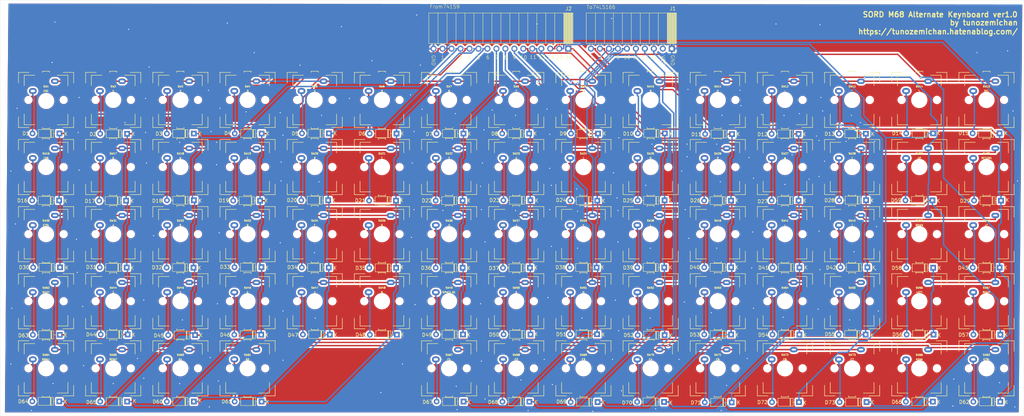
<source format=kicad_pcb>
(kicad_pcb (version 20240108) (generator "pcbnew") (generator_version "8.0")
  (layers (0 "F.Cu" signal) (31 "B.Cu" signal) (34 "B.Paste" user) (35 "F.Paste" user) (36 "B.SilkS" user "B.Silkscreen") (37 "F.SilkS" user "F.Silkscreen") (38 "B.Mask" user) (39 "F.Mask" user) (44 "Edge.Cuts" user))
  (net 0 "")
  (net 1 "Net-(D1-A)")
  (net 2 "Net-(D2-A)")
  (net 3 "Net-(D3-A)")
  (net 4 "Net-(D4-A)")
  (net 5 "Net-(D5-A)")
  (net 6 "Net-(D6-A)")
  (net 7 "Net-(D7-A)")
  (net 8 "Net-(D8-A)")
  (net 9 "Net-(D9-A)")
  (net 10 "Net-(D10-A)")
  (net 11 "Net-(D11-A)")
  (net 12 "Net-(D12-A)")
  (net 13 "Net-(D13-A)")
  (net 14 "Net-(D14-A)")
  (net 15 "Net-(D15-A)")
  (net 16 "Net-(D16-A)")
  (net 17 "GND")
  (net 18 "Net-(D17-A)")
  (net 19 "Net-(D18-A)")
  (net 20 "Net-(D19-A)")
  (net 21 "Net-(D20-A)")
  (net 22 "Net-(D21-A)")
  (net 23 "Net-(D22-A)")
  (net 24 "Net-(D23-A)")
  (net 25 "Net-(D24-A)")
  (net 26 "Net-(D25-A)")
  (net 27 "Net-(D26-A)")
  (net 28 "Net-(D27-A)")
  (net 29 "Net-(D28-A)")
  (net 30 "Net-(D29-A)")
  (net 31 "Net-(D30-A)")
  (net 32 "Net-(D31-A)")
  (net 33 "Net-(D32-A)")
  (net 34 "Col01")
  (net 35 "Col02")
  (net 36 "Col03")
  (net 37 "Col04")
  (net 38 "Col05")
  (net 39 "Col06")
  (net 40 "Col07")
  (net 41 "Col08")
  (net 42 "Col09")
  (net 43 "Col10")
  (net 44 "Col11")
  (net 45 "Col13")
  (net 46 "Col14")
  (net 47 "Col15")
  (net 48 "Col16")
  (net 49 "Net-(D33-A)")
  (net 50 "Net-(D34-A)")
  (net 51 "Net-(D35-A)")
  (net 52 "Net-(D36-A)")
  (net 53 "Net-(D37-A)")
  (net 54 "Net-(D38-A)")
  (net 55 "Net-(D39-A)")
  (net 56 "Net-(D40-A)")
  (net 57 "Net-(D41-A)")
  (net 58 "Net-(D42-A)")
  (net 59 "Net-(D43-A)")
  (net 60 "Net-(D44-A)")
  (net 61 "Net-(D45-A)")
  (net 62 "Net-(D46-A)")
  (net 63 "Net-(D47-A)")
  (net 64 "Net-(D48-A)")
  (net 65 "Net-(D49-A)")
  (net 66 "Net-(D50-A)")
  (net 67 "Net-(D51-A)")
  (net 68 "Net-(D52-A)")
  (net 69 "Net-(D53-A)")
  (net 70 "Net-(D54-A)")
  (net 71 "Net-(D55-A)")
  (net 72 "Net-(D56-A)")
  (net 73 "Net-(D57-A)")
  (net 74 "Net-(D58-A)")
  (net 75 "Net-(D59-A)")
  (net 76 "Net-(D60-A)")
  (net 77 "Net-(D61-A)")
  (net 78 "Net-(D62-A)")
  (net 79 "Net-(D63-A)")
  (net 80 "Raw04(4)")
  (net 81 "Raw05(3)")
  (net 82 "Raw08(14)")
  (net 83 "Raw07(12)")
  (net 84 "Raw01(11)")
  (net 85 "Raw03(5)")
  (net 86 "Raw06(2)")
  (net 87 "Raw02(10)")
  (net 88 "Net-(D64-A)")
  (net 89 "Net-(D65-A)")
  (net 90 "Net-(D66-A)")
  (net 91 "Net-(D67-A)")
  (net 92 "Net-(D68-A)")
  (net 93 "Net-(D69-A)")
  (net 94 "Net-(D70-A)")
  (net 95 "Net-(D71-A)")
  (net 96 "Net-(D72-A)")
  (net 97 "Net-(D73-A)")
  (net 98 "VCC")
  (footprint "usagi:CherryMX_Red" (layer "F.Cu") (at 61 180.03)
    (property "Reference" "SW17")
    (property "Value" "Q")
  )
  (footprint "Diode_THT:D_DO-35_SOD27_P7.62mm_Horizontal" (layer "F.Cu") (at 311.7274 208.4956 180)
    (property "Reference" "D43")
    (property "Value" "1N4148")
  )
  (footprint "usagi:CherryMX_Red" (layer "F.Cu") (at 175 237.03)
    (property "Reference" "SW68")
    (property "Value" "F2")
  )
  (footprint "usagi:CherryMX_Red" (layer "F.Cu") (at 251 180.03)
    (property "Reference" "SW27")
    (property "Value" "@")
  )
  (footprint "Diode_THT:D_DO-35_SOD27_P7.62mm_Horizontal" (layer "F.Cu") (at 84.1688 227.6218 180)
    (property "Reference" "D45")
    (property "Value" "1N4148")
  )
  (footprint "Diode_THT:D_DO-35_SOD27_P7.62mm_Horizontal" (layer "F.Cu") (at 159.937 227.444 180)
    (property "Reference" "D49")
    (property "Value" "1N4148")
  )
  (footprint "Diode_THT:D_DO-35_SOD27_P7.62mm_Horizontal" (layer "F.Cu") (at 64.814 208.4702 180)
    (property "Reference" "D31")
    (property "Value" "1N4148")
  )
  (footprint "usagi:CherryMX_Red" (layer "F.Cu") (at 99 199.03)
    (property "Reference" "SW33")
    (property "Value" "D")
  )
  (footprint "Diode_THT:D_DO-35_SOD27_P7.62mm_Horizontal" (layer "F.Cu") (at 274.3132 208.4448 180)
    (property "Reference" "D42")
    (property "Value" "1N4148")
  )
  (footprint "Diode_THT:D_DO-35_SOD27_P7.62mm_Horizontal" (layer "F.Cu") (at 102.9902 170.548 180)
    (property "Reference" "D4")
    (property "Value" "1N4148")
  )
  (footprint "Diode_THT:D_DO-35_SOD27_P7.62mm_Horizontal" (layer "F.Cu") (at 255.1108 208.4956 180)
    (property "Reference" "D41")
    (property "Value" "1N4148")
  )
  (footprint "usagi:CherryMX_Red" (layer "F.Cu") (at 289 161.03)
    (property "Reference" "SW14")
    (property "Value" "\\")
  )
  (footprint "Diode_THT:D_DO-35_SOD27_P7.62mm_Horizontal" (layer "F.Cu") (at 64.6616 189.5472 180)
    (property "Reference" "D17")
    (property "Value" "1N4148")
  )
  (footprint "Connector_PinSocket_2.54mm:PinSocket_1x16_P2.54mm_Horizontal" (layer "F.Cu") (at 189.7058 146.5 -90)
    (property "Reference" "J2")
    (property "Value" "From74159")
  )
  (footprint "usagi:CherryMX_Red" (layer "F.Cu") (at 213 218.03)
    (property "Reference" "SW52")
    (property "Value" ",")
  )
  (footprint "usagi:CherryMX_Red" (layer "F.Cu") (at 118 218.03)
    (property "Reference" "SW47")
    (property "Value" "V")
  )
  (footprint "Diode_THT:D_DO-35_SOD27_P7.62mm_Horizontal" (layer "F.Cu") (at 45.7132 189.4964 180)
    (property "Reference" "D16")
    (property "Value" "1N4148")
  )
  (footprint "Diode_THT:D_DO-35_SOD27_P7.62mm_Horizontal" (layer "F.Cu") (at 83.7878 246.4432 180)
    (property "Reference" "D60")
    (property "Value" "1N4148")
  )
  (footprint "usagi:CherryMX_Red" (layer "F.Cu") (at 99 218.03)
    (property "Reference" "SW46")
    (property "Value" "C")
  )
  (footprint "Diode_THT:D_DO-35_SOD27_P7.62mm_Horizontal" (layer "F.Cu") (at 65.0934 227.444 180)
    (property "Reference" "D44")
    (property "Value" "1N4148")
  )
  (footprint "usagi:CherryMX_Red" (layer "F.Cu") (at 80 199.03)
    (property "Reference" "SW32")
    (property "Value" "S")
  )
  (footprint "usagi:CherryMX_Red" (layer "F.Cu") (at 42 199.03)
    (property "Reference" "SW30")
    (property "Value" "CTRL")
  )
  (footprint "Diode_THT:D_DO-35_SOD27_P7.62mm_Horizontal" (layer "F.Cu") (at 293.033 227.4694 180)
    (property "Reference" "D56")
    (property "Value" "1N4148")
  )
  (footprint "usagi:CherryMX_Red" (layer "F.Cu") (at 308 237.03)
    (property "Reference" "SW62")
    (property "Value" "CTRL")
  )
  (footprint "Diode_THT:D_DO-35_SOD27_P7.62mm_Horizontal" (layer "F.Cu") (at 217.0108 170.4972 180)
    (property "Reference" "D10")
    (property "Value" "1N4148")
  )
  (footprint "Diode_THT:D_DO-35_SOD27_P7.62mm_Horizontal" (layer "F.Cu") (at 198.1132 170.548 180)
    (property "Reference" "D9")
    (property "Value" "1N4148")
  )
  (footprint "Diode_THT:D_DO-35_SOD27_P7.62mm_Horizontal" (layer "F.Cu") (at 311.702 170.49 180)
    (property "Reference" "D15")
    (property "Value" "1N4148")
  )
  (footprint "Diode_THT:D_DO-35_SOD27_P7.62mm_Horizontal" (layer "F.Cu") (at 235.9338 246.6718 180)
    (property "Reference" "D71")
    (property "Value" "1N4148")
  )
  (footprint "Diode_THT:D_DO-35_SOD27_P7.62mm_Horizontal" (layer "F.Cu") (at 160.064 170.548 180)
    (property "Reference" "D7")
    (property "Value" "1N4148")
  )
  (footprint "usagi:CherryMX_Red" (layer "F.Cu") (at 156 180.0136)
    (property "Reference" "SW22")
    (property "Value" "Y")
  )
  (footprint "Diode_THT:D_DO-35_SOD27_P7.62mm_Horizontal" (layer "F.Cu") (at 311.9306 227.4948 180)
    (property "Reference" "D57")
    (property "Value" "1N4148")
  )
  (footprint "usagi:CherryMX_Red" (layer "F.Cu") (at 194 218.03)
    (property "Reference" "SW51")
    (property "Value" "M")
  )
  (footprint "usagi:CherryMX_Red" (layer "F.Cu") (at 42 218.03)
    (property "Reference" "SW63")
    (property "Value" "SHIFT")
  )
  (footprint "usagi:CherryMX_Red" (layer "F.Cu") (at 308 161.03)
    (property "Reference" "SW15")
    (property "Value" "DEL")
  )
  (footprint "usagi:CherryMX_Red" (layer "F.Cu") (at 99 237.03)
    (property "Reference" "SW61")
    (property "Value" "S2")
  )
  (footprint "usagi:CherryMX_Red" (layer "F.Cu") (at 308 218.03)
    (property "Reference" "SW57")
    (property "Value" "RIGHT")
  )
  (footprint "Diode_THT:D_DO-35_SOD27_P7.62mm_Horizontal" (layer "F.Cu") (at 159.8354 208.5464 180)
    (property "Reference" "D36")
    (property "Value" "1N4148")
  )
  (footprint "Diode_THT:D_DO-35_SOD27_P7.62mm_Horizontal" (layer "F.Cu") (at 235.756 189.54 180)
    (property "Reference" "D26")
    (property "Value" "1N4148")
  )
  (footprint "usagi:CherryMX_Red" (layer "F.Cu") (at 308 199.03)
    (property "Reference" "SW43")
    (property "Value" "LF")
  )
  (footprint "usagi:CherryMX_Red" (layer "F.Cu") (at 175 161.03)
    (property "Reference" "SW8")
    (property "Value" "7")
  )
  (footprint "usagi:CherryMX_Red" (layer "F.Cu") (at 213 161.03)
    (property "Reference" "SW10")
    (property "Value" "9")
  )
  (footprint "Diode_THT:D_DO-35_SOD27_P7.62mm_Horizontal" (layer "F.Cu") (at 122.0148 170.4972 180)
    (property "Reference" "D5")
    (property "Value" "1N4148")
  )
  (footprint "Diode_THT:D_DO-35_SOD27_P7.62mm_Horizontal" (layer "F.Cu") (at 102.9648 246.4432 180)
    (property "Reference" "D61")
    (property "Value" "1N4148")
  )
  (footprint "Diode_THT:D_DO-35_SOD27_P7.62mm_Horizontal" (layer "F.Cu") (at 102.5584 189.5472 180)
    (property "Reference" "D19")
    (property "Value" "1N4148")
  )
  (footprint "Diode_THT:D_DO-35_SOD27_P7.62mm_Horizontal" (layer "F.Cu") (at 83.8132 189.4456 180)
    (property "Reference" "D18")
    (property "Value" "1N4148")
  )
  (footprint "Diode_THT:D_DO-35_SOD27_P7.62mm_Horizontal" (layer "F.Cu") (at 292.9314 208.5464 180)
    (property "Reference" "D58")
    (property "Value" "1N4148")
  )
  (footprint "Diode_THT:D_DO-35_SOD27_P7.62mm_Horizontal" (layer "F.Cu") (at 273.9576 189.4202 180)
    (property "Reference" "D28")
    (property "Value" "1N4148")
  )
  (footprint "Diode_THT:D_DO-35_SOD27_P7.62mm_Horizontal" (layer "F.Cu") (at 311.9052 246.494 180)
    (property "Reference" "D62")
    (property "Value" "1N4148")
  )
  (footprint "usagi:CherryMX_Red" (layer "F.Cu") (at 308 180.03)
    (property "Reference" "SW29")
    (property "Value" "RETURN")
  )
  (footprint "Diode_THT:D_DO-35_SOD27_P7.62mm_Horizontal" (layer "F.Cu") (at 273.8814 170.5734 180)
    (property "Reference" "D13")
    (property "Value" "1N4148")
  )
  (footprint "usagi:CherryMX_Red" (layer "F.Cu") (at 42 180.03)
    (property "Reference" "SW16")
    (property "Value" "TAB")
  )
  (footprint "usagi:CherryMX_Red" (layer "F.Cu") (at 156 199.03)
    (property "Reference" "SW36")
    (property "Value" "H")
  )
  (footprint "Diode_THT:D_DO-35_SOD27_P7.62mm_Horizontal" (layer "F.Cu") (at 141.2172 227.5202 180)
    (property "Reference" "D48")
    (property "Value" "1N4148")
  )
  (footprint "usagi:CherryMX_Red" (layer "F.Cu") (at 194 199.03)
    (property "Reference" "SW38")
    (property "Value" "K")
  )
  (footprint "Diode_THT:D_DO-35_SOD27_P7.62mm_Horizontal" (layer "F.Cu") (at 141.141 170.548 180)
    (property "Reference" "D6")
    (property "Value" "1N4148")
  )
  (footprint "usagi:CherryMX_Red" (layer "F.Cu") (at 251 161.03)
    (property "Reference" "SW12")
    (property "Value" "-")
  )
  (footprint "usagi:CherryMX_Red" (layer "F.Cu") (at 251 199.03)
    (property "Reference" "SW41")
    (property "Value" ":")
  )
  (footprint "Diode_THT:D_DO-35_SOD27_P7.62mm_Horizontal" (layer "F.Cu") (at 254.8568 170.6496 180)
    (property "Reference" "D12")
    (property "Value" "1N4148")
  )
  (footprint "usagi:CherryMX_Red" (layer "F.Cu") (at 289 218.03)
    (property "Reference" "SW56")
    (property "Value" "LEFT")
  )
  (footprint "Diode_THT:D_DO-35_SOD27_P7.62mm_Horizontal" (layer "F.Cu") (at 235.7814 208.4448 180)
    (property "Reference" "D40")
    (property "Value" "1N4148")
  )
  (footprint "Diode_THT:D_DO-35_SOD27_P7.62mm_Horizontal" (layer "F.Cu") (at 83.7878 170.548 180)
    (property "Reference" "D3")
    (property "Value" "1N4148")
  )
  (footprint "usagi:CherryMX_Red" (layer "F.Cu") (at 232 218.03)
    (property "Reference" "SW53")
    (property "Value" ".")
  )
  (footprint "usagi:CherryMX_Red" (layer "F.Cu") (at 175 218.03)
    (property "Reference" "SW50")
    (property "Value" "N")
  )
  (footprint "usagi:CherryMX_Red" (layer "F.Cu") (at 137 199.03)
    (property "Reference" "SW35")
    (property "Value" "G")
  )
  (footprint "usagi:CherryMX_Red" (layer "F.Cu") (at 137 180.03)
    (property "Reference" "SW21")
    (property "Value" "T")
  )
  (footprint "usagi:CherryMX_Red" (layer "F.Cu") (at 118 199.03)
    (property "Reference" "SW34")
    (property "Value" "F")
  )
  (footprint "usagi:CherryMX_Red" (layer "F.Cu") (at 213 199.03)
    (property "Reference" "SW39")
    (property "Value" "L")
  )
  (footprint "usagi:CherryMX_Red" (layer "F.Cu") (at 270 237.03)
    (property "Reference" "SW73")
    (property "Value" "F7")
  )
  (footprint "Diode_THT:D_DO-35_SOD27_P7.62mm_Horizontal" (layer "F.Cu") (at 45.7386 246.3924 180)
    (property "Reference" "D64")
    (property "Value" "1N4148")
  )
  (footprint "usagi:CherryMX_Red" (layer "F.Cu") (at 80 161.03)
    (property "Reference" "SW3")
    (property "Value" "2")
  )
  (footprint "usagi:CherryMX_Red" (layer "F.Cu") (at 232 180.03)
    (property "Reference" "SW26")
    (property "Value" "P")
  )
  (footprint "Diode_THT:D_DO-35_SOD27_P7.62mm_Horizontal" (layer "F.Cu") (at 216.8076 246.5448 180)
    (property "Reference" "D70")
    (property "Value" "1N4148")
  )
  (footprint "Diode_THT:D_DO-35_SOD27_P7.62mm_Horizontal" (layer "F.Cu") (at 178.7076 246.494 180)
    (property "Reference" "D68")
    (property "Value" "1N4148")
  )
  (footprint "Diode_THT:D_DO-35_SOD27_P7.62mm_Horizontal" (layer "F.Cu") (at 179.0378 227.444 180)
    (property "Reference" "D50")
    (property "Value" "1N4148")
  )
  (footprint "Diode_THT:D_DO-35_SOD27_P7.62mm_Horizontal" (layer "F.Cu") (at 292.8298 246.4686 180)
    (property "Reference" "D66")
    (property "Value" "1N4148")
  )
  (footprint "usagi:CherryMX_Red" (layer "F.Cu") (at 118 180.03)
    (property "Reference" "SW20")
    (property "Value" "R")
  )
  (footprint "Diode_THT:D_DO-35_SOD27_P7.62mm_Horizontal" (layer "F.Cu") (at 45.7894 170.5226 180)
    (property "Reference" "D1")
    (property "Value" "1N4148")
  )
  (footprint "usagi:CherryMX_Red" (layer "F.Cu") (at 156 161.03)
    (property "Reference" "SW7")
    (property "Value" "6")
  )
  (footprint "Diode_THT:D_DO-35_SOD27_P7.62mm_Horizontal" (layer "F.Cu") (at 235.7814 227.4694 180)
    (property "Reference" "D53")
    (property "Value" "1N4148")
  )
  (footprint "usagi:CherryMX_Red" (layer "F.Cu") (at 99 161.03)
    (property "Reference" "SW4")
    (property "Value" "3")
  )
  (footprint "Diode_THT:D_DO-35_SOD27_P7.62mm_Horizontal" (layer "F.Cu") (at 197.91 189.54 180)
    (property "Reference" "D24")
    (property "Value" "1N4148")
  )
  (footprint "usagi:CherryMX_Red" (layer "F.Cu") (at 61 218.03)
    (property "Reference" "SW44")
    (property "Value" "Z")
  )
  (footprint "usagi:CherryMX_Red" (layer "F.Cu") (at 175 180.03)
    (property "Reference" "SW23")
    (property "Value" "U")
  )
  (footprint "usagi:CherryMX_Red" (layer "F.Cu") (at 270 218.03)
    (property "Reference" "SW55")
    (property "Value" "_")
  )
  (footprint "usagi:CherryMX_Red" (layer "F.Cu") (at 251 237.03)
    (property "Reference" "SW72")
    (property "Value" "F6")
  )
  (footprint "Diode_THT:D_DO-35_SOD27_P7.62mm_Horizontal" (layer "F.Cu") (at 197.7322 208.4956 180)
    (property "Reference" "D38")
    (property "Value" "1N4148")
  )
  (footprint "usagi:CherryMX_Red" (layer "F.Cu") (at 99 180.03)
    (property "Reference" "SW19")
    (property "Value" "E")
  )
  (footprint "Diode_THT:D_DO-35_SOD27_P7.62mm_Horizontal" (layer "F.Cu") (at 236.0354 170.7004 180)
    (property "Reference" "D11")
    (property "Value" "1N4148")
  )
  (footprint "usagi:CherryMX_Red" (layer "F.Cu") (at 213 237.03)
    (property "Reference" "SW70")
    (property "Value" "F4")
  )
  (footprint "usagi:CherryMX_Red" (layer "F.Cu") (at 270 161.03)
    (property "Reference" "SW13")
    (property "Value" "^")
  )
  (footprint "Diode_THT:D_DO-35_SOD27_P7.62mm_Horizontal" (layer "F.Cu") (at 83.7116 208.521 180)
    (property "Reference" "D32")
    (property "Value" "1N4148")
  )
  (footprint "Diode_THT:D_DO-35_SOD27_P7.62mm_Horizontal" (layer "F.Cu") (at 292.906 170.49 180)
    (property "Reference" "D14")
    (property "Value" "1N4148")
  )
  (footprint "Diode_THT:D_DO-35_SOD27_P7.62mm_Horizontal" (layer "F.Cu") (at 216.8584 208.4702 180)
    (property "Reference" "D39")
    (property "Value" "1N4148")
  )
  (footprint "usagi:CherryMX_Red" (layer "F.Cu") (at 80 180.03)
    (property "Reference" "SW18")
    (property "Value" "W")
  )
  (footprint "usagi:CherryMX_Red" (layer "F.Cu") (at 270 199.03)
    (property "Reference" "SW42")
    (property "Value" "]")
  )
  (footprint "usagi:CherryMX_Red" (layer "F.Cu") (at 175 199.03)
    (property "Reference" "SW37")
    (property "Value" "J")
  )
  (footprint "Diode_THT:D_DO-35_SOD27_P7.62mm_Horizontal" (layer "F.Cu") (at 292.7028 189.471 180)
    (property "Reference" "D59")
    (property "Value" "1N4148")
  )
  (footprint "Diode_THT:D_DO-35_SOD27_P7.62mm_Horizontal" (layer "F.Cu") (at 312.1084 189.5218 180)
    (property "Reference" "D29")
    (property "Value" "1N4148")
  )
  (footprint "Diode_THT:D_DO-35_SOD27_P7.62mm_Horizontal" (layer "F.Cu") (at 121.8116 189.4456 180)
    (property "Reference" "D20")
    (property "Value" "1N4148")
  )
  (footprint "usagi:CherryMX_Red" (layer "F.Cu") (at 61 237.03)
    (property "Reference" "SW65")
    (property "Value" "RESET")
  )
  (footprint "usagi:CherryMX_Red" (layer "F.Cu") (at 61 199.03)
    (property "Reference" "SW31")
    (property "Value" "A")
  )
  (footprint "Diode_THT:D_DO-35_SOD27_P7.62mm_Horizontal" (layer "F.Cu") (at 45.891 227.5456 180)
    (property "Reference" "D63")
    (property "Value" "1N4148")
  )
  (footprint "Diode_THT:D_DO-35_SOD27_P7.62mm_Horizontal" (layer "F.Cu") (at 122.2688 227.4694 180)
    (property "Reference" "D47")
    (property "Value" "1N4148")
  )
  (footprint "usagi:CherryMX_Red" (layer "F.Cu") (at 42 161.03)
    (property "Reference" "SW1")
    (property "Value" "ESC")
  )
  (footprint "Diode_THT:D_DO-35_SOD27_P7.62mm_Horizontal" (layer "F.Cu") (at 273.8306 227.4694 180)
    (property "Reference" "D55")
    (property "Value" "1N4148")
  )
  (footprint "Diode_THT:D_DO-35_SOD27_P7.62mm_Horizontal" (layer "F.Cu") (at 160.0894 246.4432 180)
    (property "Reference" "D67")
    (property "Value" "1N4148")
  )
  (footprint "Diode_THT:D_DO-35_SOD27_P7.62mm_Horizontal" (layer "F.Cu") (at 178.987 189.4456 180)
    (property "Reference" "D23")
    (property "Value" "1N4148")
  )
  (footprint "usagi:CherryMX_Red" (layer "F.Cu") (at 213 180.03)
    (property "Reference" "SW25")
    (property "Value" "O")
  )
  (footprint "Diode_THT:D_DO-35_SOD27_P7.62mm_Horizontal" (layer "F.Cu") (at 198.0116 246.5956 180)
    (property "Reference" "D69")
    (property "Value" "1N4148")
  )
  (footprint "usagi:CherryMX_Red" (layer "F.Cu") (at 61 161.03)
    (property "Reference" "SW2")
    (property "Value" "1")
  )
  (footprint "Diode_THT:D_DO-35_SOD27_P7.62mm_Horizontal" (layer "F.Cu") (at 102.8632 227.5202 180)
    (property "Reference" "D46")
    (property "Value" "1N4148")
  )
  (footprint "usagi:CherryMX_Red" (layer "F.Cu") (at 232 161.03)
    (property "Reference" "SW11")
    (property "Value" "0")
  )
  (footprint "usagi:CherryMX_Red" (layer "F.Cu") (at 289 180.03)
    (property "Reference" "SW59")
    (property "Value" "UP")
  )
  (footprint "usagi:CherryMX_Red" (layer "F.Cu") (at 232 199.03)
    (property "Reference" "SW40")
    (property "Value" ";")
  )
  (footprint "usagi:CherryMX_Red" (layer "F.Cu") (at 232 237.03)
    (property "Reference" "SW71")
    (property "Value" "F5")
  )
  (footprint "usagi:CherryMX_Red" (layer "F.Cu") (at 156 237.03)
    (property "Reference" "SW67")
    (property "Value" "F1")
  )
  (footprint "Diode_THT:D_DO-35_SOD27_P7.62mm_Horizontal" (layer "F.Cu") (at 178.6568 170.548 180)
    (property "Reference" "D8")
    (property "Value" "1N4148")
  )
  (footprint "usagi:CherryMX_Red" (layer "F.Cu") (at 289 237.03)
    (property "Reference" "SW66")
    (property "Value" "KANA")
  )
  (footprint "usagi:CherryMX_Red" (layer "F.Cu") (at 194 180.03)
    (property "Reference" "SW24")
    (property "Value" "I")
  )
  (footprint "Diode_THT:D_DO-35_SOD27_P7.62mm_Horizontal" (layer "F.Cu") (at 159.8354 189.5472 180)
    (property "Reference" "D22")
    (property "Value" "1N4148")
  )
  (footprint "usagi:CherryMX_Red" (layer "F.Cu") (at 194 161.03)
    (property "Reference" "SW9")
    (property "Value" "8")
  )
  (footprint "usagi:CherryMX_Red" (layer "F.Cu") (at 42 237.03)
    (property "Reference" "SW64")
    (property "Value" "SMALL")
  )
  (footprint "Diode_THT:D_DO-35_SOD27_P7.62mm_Horizontal" (layer "F.Cu") (at 64.941 170.5988 180)
    (property "Reference" "D2")
    (property "Value" "1N4148")
  )
  (footprint "usagi:CherryMX_Red" (layer "F.Cu") (at 270 180.03)
    (property "Reference" "SW28")
    (property "Value" "[")
  )
  (footprint "Diode_THT:D_DO-35_SOD27_P7.62mm_Horizontal" (layer "F.Cu") (at 254.8568 189.5218 180)
    (property "Reference" "D27")
    (property "Value" "1N4148")
  )
  (footprint "Diode_THT:D_DO-35_SOD27_P7.62mm_Horizontal" (layer "F.Cu") (at 254.9584 246.621 180)
    (property "Reference" "D72")
    (property "Value" "1N4148")
  )
  (footprint "Diode_THT:D_DO-35_SOD27_P7.62mm_Horizontal" (layer "F.Cu") (at 216.96 227.64 180)
    (property "Reference" "D52")
    (property "Value" "1N4148")
  )
  (footprint "Diode_THT:D_DO-35_SOD27_P7.62mm_Horizontal" (layer "F.Cu") (at 45.9672 208.4448 180)
    (property "Reference" "D30")
    (property "Value" "1N4148")
  )
  (footprint "Diode_THT:D_DO-35_SOD27_P7.62mm_Horizontal" (layer "F.Cu") (at 141.0394 208.5718 180)
    (property "Reference" "D35")
    (property "Value" "1N4148")
  )
  (footprint "Diode_THT:D_DO-35_SOD27_P7.62mm_Horizontal" (layer "F.Cu") (at 255.0854 227.4694 180)
    (property "Reference" "D54")
    (property "Value" "1N4148")
  )
  (footprint "usagi:CherryMX_Red" (layer "F.Cu") (at 251 218.03)
    (property "Reference" "SW54")
    (property "Value" "/")
  )
  (footprint "Diode_THT:D_DO-35_SOD27_P7.62mm_Horizontal" (layer "F.Cu") (at 216.96 189.471 180)
    (property "Reference" "D25")
    (property "Value" "1N4148")
  )
  (footprint "Diode_THT:D_DO-35_SOD27_P7.62mm_Horizontal" (layer "F.Cu") (at 178.86 208.5718 180)
    (property "Reference" "D37")
    (property "Value" "1N4148")
  )
  (footprint "usagi:CherryMX_Red" (layer "F.Cu") (at 156 218.03)
    (property "Reference" "SW49")
    (property "Value" "SPACE_01")
  )
  (footprint "usagi:CherryMX_Red" (layer "F.Cu") (at 80 218.03)
    (property "Reference" "SW45")
    (property "Value" "X")
  )
  (footprint "usagi:CherryMX_Red" (layer "F.Cu") (at 137 161.03)
    (property "Reference" "SW6")
    (property "Value" "5")
  )
  (footprint "Connector_PinSocket_2.54mm:PinSocket_1x10_P2.54mm_Horizontal" (layer "F.Cu") (at 218.992 146.5 -90)
    (property "Reference" "J1")
    (property "Value" "To74166")
  )
  (footprint "usagi:CherryMX_Red" (layer "F.Cu") (at 118 161.03)
    (property "Reference" "SW5")
    (property "Value" "4")
  )
  (footprint "Diode_THT:D_DO-35_SOD27_P7.62mm_Horizontal" (layer "F.Cu") (at 121.964 208.4956 180)
    (property "Reference" "D34")
    (property "Value" "1N4148")
  )
  (footprint "Diode_THT:D_DO-35_SOD27_P7.62mm_Horizontal" (layer "F.Cu") (at 274.0846 246.5956 180)
    (property "Reference" "D73")
    (property "Value" "1N4148")
  )
  (footprint "usagi:CherryMX_Red" (layer "F.Cu") (at 137 218.03)
    (property "Reference" "SW48")
    (property "Value" "B")
  )
  (footprint "Diode_THT:D_DO-35_SOD27_P7.62mm_Horizontal" (layer "F.Cu") (at 64.941 246.4432 180)
    (property "Reference" "D65")
    (property "Value" "1N4148")
  )
  (footprint "usagi:CherryMX_Red" (layer "F.Cu") (at 80 237.03)
    (property "Reference" "SW60")
    (property "Value" "S1")
  )
  (footprint "Diode_THT:D_DO-35_SOD27_P7.62mm_Horizontal" (layer "F.Cu") (at 102.914 208.394 180)
    (property "Reference" "D33")
    (property "Value" "1N4148")
  )
  (footprint "Diode_THT:D_DO-35_SOD27_P7.62mm_Horizontal" (layer "F.Cu") (at 140.9886 189.5472 180)
    (property "Reference" "D21")
    (property "Value" "1N4148")
  )
  (footprint "Diode_THT:D_DO-35_SOD27_P7.62mm_Horizontal" (layer "F.Cu") (at 197.8592 227.3932 180)
    (property "Reference" "D51")
    (property "Value" "1N4148")
  )
  (footprint "usagi:CherryMX_Red" (layer "F.Cu") (at 289 199.03)
    (property "Reference" "SW58")
    (property "Value" "DOWN")
  )
  (footprint "usagi:CherryMX_Red" (layer "F.Cu") (at 194 237.03)
    (property "Reference" "SW69")
    (property "Value" "F3")
  )
  (gr_rect (start 29 132.75) (end 318.5924 250.5) (stroke (width 0.05)) (fill none) (layer "Edge.Cuts"))
  (gr_text "16" (at 188.8422 149.5226 0) (layer "F.SilkS") (effects (font (size 1 1) (thickness 0.1)) (justify left bottom)))
  (gr_text "GND" (at 150.9962 148.2272 -90) (layer "F.SilkS") (effects (font (size 1 1) (thickness 0.1)) (justify left bottom)))
  (gr_text "4" (at 200.6024 149.5988 0) (layer "F.SilkS") (effects (font (size 1 1) (thickness 0.1)) (justify left bottom)))
  (gr_text "14" (at 183.7368 149.548 0) (layer "F.SilkS") (effects (font (size 1 1) (thickness 0.1)) (justify left bottom)))
  (gr_text "2" (at 156.2286 149.5734 0) (layer "F.SilkS") (effects (font (size 1 1) (thickness 0.1)) (justify left bottom)))
  (gr_text "6" (at 166.414 149.5734 0) (layer "F.SilkS") (effects (font (size 1 1) (thickness 0.1)) (justify left bottom)))
  (gr_text "To74LS166" (at 194.8112 135.324 0) (layer "F.SilkS") (effects (font (size 1 1) (thickness 0.1)) (justify left bottom)))
  (gr_text "10" (at 205.3268 149.548 0) (layer "F.SilkS") (effects (font (size 1 1) (thickness 0.1)) (justify left bottom)))
  (gr_text "11" (at 207.8922 149.5226 0) (layer "F.SilkS") (effects (font (size 1 1) (thickness 0.1)) (justify left bottom)))
  (gr_text "7" (at 168.9286 149.5734 0) (layer "F.SilkS") (effects (font (size 1 1) (thickness 0.1)) (justify left bottom)))
  (gr_text "by tunozemichan" (at 297.478 140.01 0) (layer "F.SilkS") (effects (font (size 1.5 1.5) (thickness 0.3) (bold yes)) (justify left bottom)))
  (gr_text "11" (at 178.733 149.4972 0) (layer "F.SilkS") (effects (font (size 1 1) (thickness 0.1)) (justify left bottom)))
  (gr_text "https://tunozemichan.hatenablog.com/" (at 271.57 142.55 0) (layer "F.SilkS") (effects (font (size 1.5 1.5) (thickness 0.3) (bold yes)) (justify left bottom)))
  (gr_text "5" (at 203.2186 149.548 0) (layer "F.SilkS") (effects (font (size 1 1) (thickness 0.1)) (justify left bottom)))
  (gr_text "3" (at 158.7432 149.5734 0) (layer "F.SilkS") (effects (font (size 1 1) (thickness 0.1)) (justify left bottom)))
  (gr_text "8" (at 171.464 149.5734 0) (layer "F.SilkS") (effects (font (size 1 1) (thickness 0.1)) (justify left bottom)))
  (gr_text "13" (at 210.4576 149.5988 0) (layer "F.SilkS") (effects (font (size 1 1) (thickness 0.1)) (justify left bottom)))
  (gr_text "SORD M68 Alternate Keynboard ver1.0" (at 272.84 137.724 0) (layer "F.SilkS") (effects (font (size 1.5 1.5) (thickness 0.3) (bold yes)) (justify left bottom)))
  (gr_text "15" (at 186.313 149.548 0) (layer "F.SilkS") (effects (font (size 1 1) (thickness 0.1)) (justify left bottom)))
  (gr_text "3" (at 198.2148 149.5988 0) (layer "F.SilkS") (effects (font (size 1 1) (thickness 0.1)) (justify left bottom)))
  (gr_text "14" (at 213.0484 149.6496 0) (layer "F.SilkS") (effects (font (size 1 1) (thickness 0.1)) (justify left bottom)))
  (gr_text "5" (at 163.7978 149.5734 0) (layer "F.SilkS") (effects (font (size 1 1) (thickness 0.1)) (justify left bottom)))
  (gr_text "VCC" (at 215.9694 148.3288 -90) (layer "F.SilkS") (effects (font (size 1 1) (thickness 0.1)) (justify left bottom)))
  (gr_text "From74159" (at 150.4628 135.197 0) (layer "F.SilkS") (effects (font (size 1 1) (thickness 0.1)) (justify left bottom)))
  (gr_text "1" (at 153.6124 149.5734 0) (layer "F.SilkS") (effects (font (size 1 1) (thickness 0.1)) (justify left bottom)))
  (gr_text "4" (at 161.2324 149.6242 0) (layer "F.SilkS") (effects (font (size 1 1) (thickness 0.1)) (justify left bottom)))
  (gr_text "10" (at 176.0914 149.5734 0) (layer "F.SilkS") (effects (font (size 1 1) (thickness 0.1)) (justify left bottom)))
  (gr_text "9" (at 173.9324 149.548 0) (layer "F.SilkS") (effects (font (size 1 1) (thickness 0.1)) (justify left bottom)))
  (gr_text "GND" (at 218.6364 148.2018 -90) (layer "F.SilkS") (effects (font (size 1 1) (thickness 0.1)) (justify left bottom)))
  (gr_text "13" (at 181.2984 149.548 0) (layer "F.SilkS") (effects (font (size 1 1) (thickness 0.1)) (justify left bottom)))
  (gr_text "2" (at 195.7256 149.5988 0) (layer "F.SilkS") (effects (font (size 1 1) (thickness 0.1)) (justify left bottom)))
  (segment (start 38.25 158.5) (end 38.25 159.75) (width 0.4) (layer "B.Cu") (net 1))
  (segment (start 38.25 159.75) (end 38.6035 160.1035) (width 0.4) (layer "B.Cu") (net 1))
  (segment (start 38.1694 170.5226) (end 38.1694 169.3226) (width 0.4) (layer "B.Cu") (net 1))
  (segment (start 38.6035 160.1035) (end 38.6035 168.8885) (width 0.4) (layer "B.Cu") (net 1))
  (segment (start 38.6035 168.8885) (end 38.1694 169.3226) (width 0.4) (layer "B.Cu") (net 1))
  (segment (start 57.25 158.5) (end 57.25 159.75) (width 0.4) (layer "B.Cu") (net 2))
  (segment (start 57.321 169.3988) (end 57.5395 169.1803) (width 0.4) (layer "B.Cu") (net 2))
  (segment (start 57.321 170.5988) (end 57.321 169.3988) (width 0.4) (layer "B.Cu") (net 2))
  (segment (start 57.5395 169.1803) (end 57.5395 160.0395) (width 0.4) (layer "B.Cu") (net 2))
  (segment (start 57.5395 160.0395) (end 57.25 159.75) (width 0.4) (layer "B.Cu") (net 2))
  (segment (start 76.5947 168.9211) (end 76.1678 169.348) (width 0.4) (layer "B.Cu") (net 3))
  (segment (start 76.25 159.75) (end 76.5947 160.0947) (width 0.4) (layer "B.Cu") (net 3))
  (segment (start 76.25 158.5) (end 76.25 159.75) (width 0.4) (layer "B.Cu") (net 3))
  (segment (start 76.5947 160.0947) (end 76.5947 168.9211) (width 0.4) (layer "B.Cu") (net 3))
  (segment (start 76.1678 170.548) (end 76.1678 169.348) (width 0.4) (layer "B.Cu") (net 3))
  (segment (start 95.5399 160.0399) (end 95.5399 169.1783) (width 0.4) (layer "B.Cu") (net 4))
  (segment (start 95.5399 169.1783) (end 95.3702 169.348) (width 0.4) (layer "B.Cu") (net 4))
  (segment (start 95.3702 170.548) (end 95.3702 169.348) (width 0.4) (layer "B.Cu") (net 4))
  (segment (start 95.25 159.75) (end 95.5399 160.0399) (width 0.4) (layer "B.Cu") (net 4))
  (segment (start 95.25 158.5) (end 95.25 159.75) (width 0.4) (layer "B.Cu") (net 4))
  (segment (start 114.3948 169.2972) (end 114.5522 169.1398) (width 0.4) (layer "B.Cu") (net 5))
  (segment (start 114.25 158.5) (end 114.25 159.75) (width 0.4) (layer "B.Cu") (net 5))
  (segment (start 114.5522 169.1398) (end 114.5522 160.0522) (width 0.4) (layer "B.Cu") (net 5))
  (segment (start 114.5522 160.0522) (end 114.25 159.75) (width 0.4) (layer "B.Cu") (net 5))
  (segment (start 114.3948 170.4972) (end 114.3948 169.2972) (width 0.4) (layer "B.Cu") (net 5))
  (segment (start 133.6153 160.1153) (end 133.6153 169.2537) (width 0.4) (layer "F.Cu") (net 6))
  (segment (start 133.521 170.548) (end 133.521 169.348) (width 0.4) (layer "F.Cu") (net 6))
  (segment (start 133.25 158.5) (end 133.25 159.75) (width 0.4) (layer "F.Cu") (net 6))
  (segment (start 133.25 159.75) (end 133.6153 160.1153) (width 0.4) (layer "F.Cu") (net 6))
  (segment (start 133.6153 169.2537) (end 133.521 169.348) (width 0.4) (layer "F.Cu") (net 6))
  (segment (start 152.444 170.548) (end 152.444 169.348) (width 0.4) (layer "B.Cu") (net 7))
  (segment (start 152.5768 169.2152) (end 152.444 169.348) (width 0.4) (layer "B.Cu") (net 7))
  (segment (start 152.25 159.75) (end 152.5768 160.0768) (width 0.4) (layer "B.Cu") (net 7))
  (segment (start 152.5768 160.0768) (end 152.5768 169.2152) (width 0.4) (layer "B.Cu") (net 7))
  (segment (start 152.25 158.5) (end 152.25 159.75) (width 0.4) (layer "B.Cu") (net 7))
  (segment (start 171.5947 168.7901) (end 171.0368 169.348) (width 0.4) (layer "F.Cu") (net 8))
  (segment (start 171.25 159.75) (end 171.5947 160.0947) (width 0.4) (layer "F.Cu") (net 8))
  (segment (start 171.5947 160.0947) (end 171.5947 168.7901) (width 0.4) (layer "F.Cu") (net 8))
  (segment (start 171.25 158.5) (end 171.25 159.75) (width 0.4) (layer "F.Cu") (net 8))
  (segment (start 171.0368 170.548) (end 171.0368 169.348) (width 0.4) (layer "F.Cu") (net 8))
  (segment (start 190.25 158.5) (end 190.25 159.75) (width 0.4) (layer "B.Cu") (net 9))
  (segment (start 190.5391 160.0391) (end 190.5391 169.3021) (width 0.4) (layer "B.Cu") (net 9))
  (segment (start 190.5391 169.3021) (end 190.4932 169.348) (width 0.4) (layer "B.Cu") (net 9))
  (segment (start 190.4932 170.548) (end 190.4932 169.348) (width 0.4) (layer "B.Cu") (net 9))
  (segment (start 190.25 159.75) (end 190.5391 160.0391) (width 0.4) (layer "B.Cu") (net 9))
  (segment (start 209.25 159.75) (end 209.5502 160.0502) (width 0.4) (layer "B.Cu") (net 10))
  (segment (start 209.3908 170.4972) (end 209.3908 169.2972) (width 0.4) (layer "B.Cu") (net 10))
  (segment (start 209.25 158.5) (end 209.25 159.75) (width 0.4) (layer "B.Cu") (net 10))
  (segment (start 209.5502 160.0502) (end 209.5502 169.1378) (width 0.4) (layer "B.Cu") (net 10))
  (segment (start 209.5502 169.1378) (end 209.3908 169.2972) (width 0.4) (layer "B.Cu") (net 10))
  (segment (start 228.4154 170.7004) (end 228.4154 169.5004) (width 0.4) (layer "B.Cu") (net 11))
  (segment (start 228.25 159.75) (end 228.5625 160.0625) (width 0.4) (layer "B.Cu") (net 11))
  (segment (start 228.5625 169.3533) (end 228.4154 169.5004) (width 0.4) (layer "B.Cu") (net 11))
  (segment (start 228.25 158.5) (end 228.25 159.75) (width 0.4) (layer "B.Cu") (net 11))
  (segment (start 228.5625 160.0625) (end 228.5625 169.3533) (width 0.4) (layer "B.Cu") (net 11))
  (segment (start 247.25 159.75) (end 247.5947 160.0947) (width 0.4) (layer "B.Cu") (net 12))
  (segment (start 247.25 158.5) (end 247.25 159.75) (width 0.4) (layer "B.Cu") (net 12))
  (segment (start 247.2368 170.6496) (end 247.2368 169.4496) (width 0.4) (layer "B.Cu") (net 12))
  (segment (start 247.5947 169.0917) (end 247.2368 169.4496) (width 0.4) (layer "B.Cu") (net 12))
  (segment (start 247.5947 160.0947) (end 247.5947 169.0917) (width 0.4) (layer "B.Cu") (net 12))
  (segment (start 266.25 158.5) (end 266.25 159.75) (width 0.4) (layer "B.Cu") (net 13))
  (segment (start 266.2614 170.5734) (end 266.2614 169.3734) (width 0.4) (layer "B.Cu") (net 13))
  (segment (start 266.5415 160.0415) (end 266.5415 167.6072) (width 0.4) (layer "B.Cu") (net 13))
  (segment (start 266.25 159.75) (end 266.5415 160.0415) (width 0.4) (layer "B.Cu") (net 13))
  (segment (start 266.5415 167.6072) (end 266.2605 167.8882) (width 0.4) (layer "B.Cu") (net 13))
  (segment (start 266.2605 167.8882) (end 266.2605 169.3725) (width 0.4) (layer "B.Cu") (net 13))
  (segment (start 266.2605 169.3725) (end 266.2614 169.3734) (width 0.4) (layer "B.Cu") (net 13))
  (segment (start 285.5436 160.0436) (end 285.5436 169.0324) (width 0.4) (layer "B.Cu") (net 14))
  (segment (start 285.5436 169.0324) (end 285.286 169.29) (width 0.4) (layer "B.Cu") (net 14))
  (segment (start 285.286 170.49) (end 285.286 169.29) (width 0.4) (layer "B.Cu") (net 14))
  (segment (start 285.25 159.75) (end 285.5436 160.0436) (width 0.4) (layer "B.Cu") (net 14))
  (segment (start 285.25 158.5) (end 285.25 159.75) (width 0.4) (layer "B.Cu") (net 14))
  (segment (start 304.5791 160.0791) (end 304.5791 168.7929) (width 0.4) (layer "B.Cu") (net 15))
  (segment (start 304.082 170.49) (end 304.082 169.29) (width 0.4) (layer "B.Cu") (net 15))
  (segment (start 304.25 159.75) (end 304.5791 160.0791) (width 0.4) (layer "B.Cu") (net 15))
  (segment (start 304.5791 168.7929) (end 304.082 169.29) (width 0.4) (layer "B.Cu") (net 15))
  (segment (start 304.25 158.5) (end 304.25 159.75) (width 0.4) (layer "B.Cu") (net 15))
  (segment (start 38.25 178.75) (end 38.5903 179.0903) (width 0.4) (layer "B.Cu") (net 16))
  (segment (start 38.5903 179.0903) (end 38.5903 187.7993) (width 0.4) (layer "B.Cu") (net 16))
  (segment (start 38.5903 187.7993) (end 38.0932 188.2964) (width 0.4) (layer "B.Cu") (net 16))
  (segment (start 38.0932 189.4964) (end 38.0932 188.2964) (width 0.4) (layer "B.Cu") (net 16))
  (segment (start 38.25 177.5) (end 38.25 178.75) (width 0.4) (layer "B.Cu") (net 16))
  (via (at 145.586 178.872) (size 0.6096) (drill 0.3) (layers "F.Cu" "B.Cu") (net 17))
  (via (at 255.06 164.902) (size 0.6096) (drill 0.3) (layers "F.Cu" "B.Cu") (net 17))
  (via (at 262.172 178.364) (size 0.6096) (drill 0.3) (layers "F.Cu" "B.Cu") (net 17))
  (via (at 71.164 151.694) (size 0.6096) (drill 0.3) (layers "F.Cu" "B.Cu") (net 17))
  (via (at 93.262 139.248) (size 0.6096) (drill 0.3) (layers "F.Cu" "B.Cu") (net 17))
  (via (at 238.296 158.298) (size 0.6096) (drill 0.3) (layers "F.Cu" "B.Cu") (net 17))
  (via (at 242.106 183.19) (size 0.6096) (drill 0.3) (layers "F.Cu" "B.Cu") (net 17))
  (via (at 87.928 158.298) (size 0.6096) (drill 0.3) (layers "F.Cu" "B.Cu") (net 17))
  (via (at 204.006 226.37) (size 0.6096) (drill 0.3) (layers "F.Cu" "B.Cu") (net 17))
  (via (at 32.048 235.768) (size 0.6096) (drill 0.3) (layers "F.Cu" "B.Cu") (net 17))
  (via (at 136.696 243.896) (size 0.6096) (drill 0.3) (layers "F.Cu" "B.Cu") (net 17))
  (via (at 165.144 235.006) (size 0.6096) (drill 0.3) (layers "F.Cu" "B.Cu") (net 17))
  (via (at 113.836 151.186) (size 0.6096) (drill 0.3) (layers "F.Cu" "B.Cu") (net 17))
  (via (at 90.214 179.38) (size 0.6096) (drill 0.3) (layers "F.Cu" "B.Cu") (net 17))
  (via (at 33.826 163.378) (size 0.6096) (drill 0.3) (layers "F.Cu" "B.Cu") (net 17))
  (via (at 268.268 172.776) (size 0.6096) (drill 0.3) (layers "F.Cu" "B.Cu") (net 17))
  (via (at 185.21 241.61) (size 0.6096) (drill 0.3) (layers "F.Cu" "B.Cu") (net 17))
  (via (at 315.512 164.14) (size 0.6096) (drill 0.3) (layers "F.Cu" "B.Cu") (net 17))
  (via (at 69.64 217.734) (size 0.6096) (drill 0.3) (layers "F.Cu" "B.Cu") (net 17))
  (via (at 33.318 196.144) (size 0.6096) (drill 0.3) (layers "F.Cu" "B.Cu") (net 17))
  (via (at 231.692 173.538) (size 0.6096) (drill 0.3) (layers "F.Cu" "B.Cu") (net 17))
  (via (at 223.818 200.208) (size 0.6096) (drill 0.3) (layers "F.Cu" "B.Cu") (net 17))
  (via (at 204.768 243.388) (size 0.6096) (drill 0.3) (layers "F.Cu" "B.Cu") (net 17))
  (via (at 277.412 220.782) (size 0.6096) (drill 0.3) (layers "F.Cu" "B.Cu") (net 17))
  (via (at 43.986 241.356) (size 0.6096) (drill 0.3) (layers "F.Cu" "B.Cu") (net 17))
  (via (at 145.078 159.568) (size 0.6096) (drill 0.3) (layers "F.Cu" "B.Cu") (net 17))
  (via (at 64.306 167.442) (size 0.6096) (drill 0.3) (layers "F.Cu" "B.Cu") (net 17))
  (via (at 65.322 141.026) (size 0.6096) (drill 0.3) (layers "F.Cu" "B.Cu") (net 17))
  (via (at 90.722 240.594) (size 0.6096) (drill 0.3) (layers "F.Cu" "B.Cu") (net 17))
  (via (at 51.352 160.33) (size 0.6096) (drill 0.3) (layers "F.Cu" "B.Cu") (net 17))
  (via (at 142.792 235.768) (size 0.6096) (drill 0.3) (layers "F.Cu" "B.Cu") (net 17))
  (via (at 127.806 160.584) (size 0.6096) (drill 0.3) (layers "F.Cu" "B.Cu") (net 17))
  (via (at 174.796 192.334) (size 0.6096) (drill 0.3) (layers "F.Cu" "B.Cu") (net 17))
  (via (at 109.01 170.998) (size 0.6096) (drill 0.3) (layers "F.Cu" "B.Cu") (net 17))
  (via (at 164.89 218.75) (size 0.6096) (drill 0.3) (layers "F.Cu" "B.Cu") (net 17))
  (via (at 109.01 234.752) (size 0.6096) (drill 0.3) (layers "F.Cu" "B.Cu") (net 17))
  (via (at 276.396 172.776) (size 0.6096) (drill 0.3) (layers "F.Cu" "B.Cu") (net 17))
  (via (at 148.38 163.632) (size 0.6096) (drill 0.3) (layers "F.Cu" "B.Cu") (net 17))
  (via (at 174.796 165.41) (size 0.6096) (drill 0.3) (layers "F.Cu" "B.Cu") (net 17))
  (via (at 211.626 185.222) (size 0.6096) (drill 0.3) (layers "F.Cu" "B.Cu") (net 17))
  (via (at 202.482 181.666) (size 0.6096) (drill 0.3) (layers "F.Cu" "B.Cu") (net 17))
  (via (at 70.148 160.584) (size 0.6096) (drill 0.3) (layers "F.Cu" "B.Cu") (net 17))
  (via (at 183.94 216.972) (size 0.6096) (drill 0.3) (layers "F.Cu" "B.Cu") (net 17))
  (via (at 192.322 203.002) (size 0.6096) (drill 0.3) (layers "F.Cu" "B.Cu") (net 17))
  (via (at 118.154 222.814) (size 0.6096) (drill 0.3) (layers "F.Cu" "B.Cu") (net 17))
  (via (at 244.392 165.156) (size 0.6096) (drill 0.3) (layers "F.Cu" "B.Cu") (net 17))
  (via (at 70.402 178.872) (size 0.6096) (drill 0.3) (layers "F.Cu" "B.Cu") (net 17))
  (via (at 316.02 247.96) (size 0.6096) (drill 0.3) (layers "F.Cu" "B.Cu") (net 17))
  (via (at 157.778 164.902) (size 0.6096) (drill 0.3) (layers "F.Cu" "B.Cu") (net 17))
  (via (at 270.554 204.018) (size 0.6096) (drill 0.3) (layers "F.Cu" "B.Cu") (net 17))
  (via (at 166.16 201.224) (size 0.6096) (drill 0.3) (layers "F.Cu" "B.Cu") (net 17))
  (via (at 158.286 248.722) (size 0.6096) (drill 0.3) (layers "F.Cu" "B.Cu") (net 17))
  (via (at 183.686 163.632) (size 0.6096) (drill 0.3) (layers "F.Cu" "B.Cu") (net 17))
  (via (at 134.156 149.916) (size 0.6096) (drill 0.3) (layers "F.Cu" "B.Cu") (net 17))
  (via (at 168.192 163.886) (size 0.6096) (drill 0.3) (layers "F.Cu" "B.Cu") (net 17))
  (via (at 164.89 185.476) (size 0.6096) (drill 0.3) (layers "F.Cu" "B.Cu") (net 17))
  (via (at 238.55 162.616) (size 0.6096) (drill 0.3) (layers "F.Cu" "B.Cu") (net 17))
  (via (at 166.16 245.674) (size 0.6096) (drill 0.3) (layers "F.Cu" "B.Cu") (net 17))
  (via (at 145.332 199.954) (size 0.6096) (drill 0.3) (layers "F.Cu" "B.Cu") (net 17))
  (via (at 230.168 221.29) (size 0.6096) (drill 0.3) (layers "F.Cu" "B.Cu") (net 17))
  (via (at 241.852 198.43) (size 0.6096) (drill 0.3) (layers "F.Cu" "B.Cu") (net 17))
  (via (at 119.932 165.41) (size 0.6096) (drill 0.3) (layers "F.Cu" "B.Cu") (net 17))
  (via (at 202.228 234.498) (size 0.6096) (drill 0.3) (layers "F.Cu" "B.Cu") (net 17))
  (via (at 79.8 241.356) (size 0.6096) (drill 0.3) (layers "F.Cu" "B.Cu") (net 17))
  (via (at 50.59 200.462) (size 0.6096) (drill 0.3) (layers "F.Cu" "B.Cu") (net 17))
  (via (at 117.9 204.272) (size 0.6096) (drill 0.3) (layers "F.Cu" "B.Cu") (net 17))
  (via (at 192.322 192.588) (size 0.6096) (drill 0.3) (layers "F.Cu" "B.Cu") (net 17))
  (via (at 223.564 158.044) (size 0.6096) (drill 0.3) (layers "F.Cu" "B.Cu") (net 17))
  (via (at 250.488 222.56) (size 0.6096) (drill 0.3) (layers "F.Cu" "B.Cu") (net 17))
  (via (at 80.562 223.322) (size 0.6096) (drill 0.3) (layers "F.Cu" "B.Cu") (net 17))
  (via (at 108.502 178.618) (size 0.6096) (drill 0.3) (layers "F.Cu" "B.Cu") (net 17))
  (via (at 51.098 170.236) (size 0.6096) (drill 0.3) (layers "F.Cu" "B.Cu") (net 17))
  (via (at 232.708 184.206) (size 0.6096) (drill 0.3) (layers "F.Cu" "B.Cu") (net 17))
  (via (at 248.456 139.502) (size 0.6096) (drill 0.3) (layers "F.Cu" "B.Cu") (net 17))
  (via (at 223.31 173.538) (size 0.6096) (drill 0.3) (layers "F.Cu" "B.Cu") (net 17))
  (via (at 100.882 147.63) (size 0.6096) (drill 0.3) (layers "F.Cu" "B.Cu") (net 17))
  (via (at 98.596 164.394) (size 0.6096) (drill 0.3) (layers "F.Cu" "B.Cu") (net 17))
  (via (at 223.31 177.094) (size 0.6096) (drill 0.3) (layers "F.Cu" "B.Cu") (net 17))
  (via (at 70.148 170.236) (size 0.6096) (drill 0.3) (layers "F.Cu" "B.Cu") (net 17))
  (via (at 32.048 181.158) (size 0.6096) (drill 0.3) (layers "F.Cu" "B.Cu") (net 17))
  (via (at 250.742 165.41) (size 0.6096) (drill 0.3) (layers "F.Cu" "B.Cu") (net 17))
  (via (at 221.024 234.498) (size 0.6096) (drill 0.3) (layers "F.Cu" "B.Cu") (net 17))
  (via (at 44.494 138.994) (size 0.6096) (drill 0.3) (layers "F.Cu" "B.Cu") (net 17))
  (via (at 52.368 219.512) (size 0.6096) (drill 0.3) (layers "F.Cu" "B.Cu") (net 17))
  (via (at 240.328 234.244) (size 0.6096) (drill 0.3) (layers "F.Cu" "B.Cu") (net 17))
  (via (at 276.904 196.906) (size 0.6096) (drill 0.3) (layers "F.Cu" "B.Cu") (net 17))
  (via (at 298.494 247.706) (size 0.6096) (drill 0.3) (layers "F.Cu" "B.Cu") (net 17))
  (via (at 305.352 147.63) (size 0.6096) (drill 0.3) (layers "F.Cu" "B.Cu") (net 17))
  (via (at 146.856 136.962) (size 0.6096) (drill 0.3) (layers "F.Cu" "B.Cu") (net 17))
  (via (at 184.448 180.396) (size 0.6096) (drill 0.3) (layers "F.Cu" "B.Cu") (net 17))
  (via (at 154.222 192.334) (size 0.6096) (drill 0.3) (layers "F.Cu" "B.Cu") (net 17))
  (via (at 193.592 222.814) (size 0.6096) (drill 0.3) (layers "F.Cu" "B.Cu") (net 17))
  (via (at 272.332 167.442) (size 0.6096) (drill 0.3) (layers "F.Cu" "B.Cu") (net 17))
  (via (at 79.8 173.03) (size 0.6096) (drill 0.3) (layers "F.Cu" "B.Cu") (net 17))
  (via (at 90.468 218.75) (size 0.6096) (drill 0.3) (layers "F.Cu" "B.Cu") (net 17))
  (via (at 146.094 192.08) (size 0.6096) (drill 0.3) (layers "F.Cu" "B.Cu") (net 17))
  (via (at 119.17 184.206) (size 0.6096) (drill 0.3) (layers "F.Cu" "B.Cu") (net 17))
  (via (at 203.498 188.778) (size 0.6096) (drill 0.3) (layers "F.Cu" "B.Cu") (net 17))
  (via (at 52.622 236.276) (size 0.6096) (drill 0.3) (layers "F.Cu" "B.Cu") (net 17))
  (via (at 269.792 165.41) (size 0.6096) (drill 0.3) (layers "F.Cu" "B.Cu") (net 17))
  (via (at 67.862 234.244) (size 0.6096) (drill 0.3) (layers "F.Cu" "B.Cu") (net 17))
  (via (at 90.214 173.03) (size 0.6096) (drill 0.3) (layers "F.Cu" "B.Cu") (net 17))
  (via (at 88.436 233.99) (size 0.6096) (drill 0.3) (layers "F.Cu" "B.Cu") (net 17))
  (via (at 37.89 248.976) (size 0.6096) (drill 0.3) (layers "F.Cu" "B.Cu") (net 17))
  (via (at 240.836 177.348) (size 0.6096) (drill 0.3) (layers "F.Cu" "B.Cu") (net 17))
  (via (at 242.106 220.02) (size 0.6096) (drill 0.3) (layers "F.Cu" "B.Cu") (net 17))
  (via (at 203.752 192.334) (size 0.6096) (drill 0.3) (layers "F.Cu" "B.Cu") (net 17))
  (via (at 176.32 240.34) (size 0.6096) (drill 0.3) (layers "F.Cu" "B.Cu") (net 17))
  (via (at 165.144 192.08) (size 0.6096) (drill 0.3) (layers "F.Cu" "B.Cu") (net 17))
  (via (at 259.886 171.252) (size 0.6096) (drill 0.3) (layers "F.Cu" "B.Cu") (net 17))
  (via (at 178.352 248.976) (size 0.6096) (drill 0.3) (layers "F.Cu" "B.Cu") (net 17))
  (via (at 260.648 198.176) (size 0.6096) (drill 0.3) (layers "F.Cu" "B.Cu") (net 17))
  (via (at 234.486 241.864) (size 0.6096) (drill 0.3) (layers "F.Cu" "B.Cu") (net 17))
  (via (at 184.448 192.08) (size 0.6096) (drill 0.3) (layers "F.Cu" "B.Cu") (net 17))
  (via (at 253.028 176.586) (size 0.6096) (drill 0.3) (layers "F.Cu" "B.Cu") (net 17))
  (via (at 261.664 164.14) (size 0.6096) (drill 0.3) (layers "F.Cu" "B.Cu") (net 17))
  (via (at 203.752 201.224) (size 0.6096) (drill 0.3) (layers "F.Cu" "B.Cu") (net 17))
  (via (at 212.896 222.814) (size 0.6096) (drill 0.3) (layers "F.Cu" "B.Cu") (net 17))
  (via (at 298.748 240.086) (size 0.6096) (drill 0.3) (layers "F.Cu" "B.Cu") (net 17))
  (via (at 204.006 171.76) (size 0.6096) (drill 0.3) (layers "F.Cu" "B.Cu") (net 17))
  (via (at 231.692 203.002) (size 0.6096) (drill 0.3) (layers "F.Cu" "B.Cu") (net 17))
  (via (at 90.976 198.684) (size 0.6096) (drill 0.3) (layers "F.Cu" "B.Cu") (net 17))
  (via (at 241.598 208.59) (size 0.6096) (drill 0.3) (layers "F.Cu" "B.Cu") (net 17))
  (via (at 108.248 201.478) (size 0.6096) (drill 0.3) (layers "F.Cu" "B.Cu") (net 17))
  (via (at 313.988 147.122) (size 0.6096) (drill 0.3) (layers "F.Cu" "B.Cu") (net 17))
  (via (at 69.64 239.832) (size 0.6096) (drill 0.3) (layers "F.Cu" "B.Cu") (net 17))
  (via (at 158.032 242.118) (size 0.6096) (drill 0.3) (layers "F.Cu" "B.Cu") (net 17))
  (via (at 222.548 218.242) (size 0.6096) (drill 0.3) (layers "F.Cu" "B.Cu") (net 17))
  (via (at 260.394 220.274) (size 0.6096) (drill 0.3) (layers "F.Cu" "B.Cu") (net 17))
  (via (at 260.648 182.682) (size 0.6096) (drill 0.3) (layers "F.Cu" "B.Cu") (net 17))
  (via (at 108.502 183.952) (size 0.6096) (drill 0.3) (layers "F.Cu" "B.Cu") (net 17))
  (via (at 91.23 163.378) (size 0.6096) (drill 0.3) (layers "F.Cu" "B.Cu") (net 17))
  (via (at 109.01 220.782) (size 0.6096) (drill 0.3) (layers "F.Cu" "B.Cu") (net 17))
  (via (at 165.398 178.872) (size 0.6096) (drill 0.3) (layers "F.Cu" "B.Cu") (net 17))
  (via (at 72.434 199.446) (size 0.6096) (drill 0.3) (layers "F.Cu" "B.Cu") (net 17))
  (via (at 146.348 219.004) (size 0.6096) (drill 0.3) (layers "F.Cu" "B.Cu") (net 17))
  (via (at 88.69 169.982) (size 0.6096) (drill 0.3) (layers "F.Cu" "B.Cu") (net 17))
  (via (at 260.648 172.522) (size 0.6096) (drill 0.3) (layers "F.Cu" "B.Cu") (net 17))
  (via (at 196.64 249.23) (size 0.6096) (drill 0.3) (layers "F.Cu" "B.Cu") (net 17))
  (via (at 250.996 184.968) (size 0.6096) (drill 0.3) (layers "F.Cu" "B.Cu") (net 17))
  (via (at 311.702 241.102) (size 0.6096) (drill 0.3) (layers "F.Cu" "B.Cu") (net 17))
  (via (at 221.786 181.158) (size 0.6096) (drill 0.3) (layers "F.Cu" "B.Cu") (net 17))
  (via (at 214.42 248.468) (size 0.6096) (drill 0.3) (layers "F.Cu" "B.Cu") (net 17))
  (via (at 125.52 140.264) (size 0.6096) (drill 0.3) (layers "F.Cu" "B.Cu") (net 17))
  (via (at 51.352 180.904) (size 0.6096) (drill 0.3) (layers "F.Cu" "B.Cu") (net 17))
  (via (at 212.896 203.002) (size 0.6096) (drill 0.3) (layers "F.Cu" "B.Cu") (net 17))
  (via (at 316.782 183.952) (size 0.6096) (drill 0.3) (layers "F.Cu" "B.Cu") (net 17))
  (via (at 233.216 165.41) (size 0.6096) (drill 0.3) (layers "F.Cu" "B.Cu") (net 17))
  (via (at 61.004 241.356) (size 0.6096) (drill 0.3) (layers "F.Cu" "B.Cu") (net 17))
  (via (at 182.924 234.498) (size 0.6096) (drill 0.3) (layers "F.Cu" "B.Cu") (net 17))
  (via (at 88.182 247.96) (size 0.6096) (drill 0.3) (layers "F.Cu" "B.Cu") (net 17))
  (via (at 184.956 202.494) (size 0.6096) (drill 0.3) (layers "F.Cu" "B.Cu") (net 17))
  (via (at 201.974 137.978) (size 0.6096) (drill 0.3) (layers "F.Cu" "B.Cu") (net 17))
  (via (at 269.284 223.322) (size 0.6096) (drill 0.3) (layers "F.Cu" "B.Cu") (net 17))
  (via (at 50.844 209.86) (size 0.6096) (drill 0.3) (layers "F.Cu" "B.Cu") (net 17))
  (via (at 213.404 173.538) (size 0.6096) (drill 0.3) (layers "F.Cu" "B.Cu") (net 17))
  (via (at 276.65 209.098) (size 0.6096) (drill 0.3) (layers "F.Cu" "B.Cu") (net 17))
  (via (at 232.962 248.976) (size 0.6096) (drill 0.3) (layers "F.Cu" "B.Cu") (net 17))
  (via (at 202.99 217.734) (size 0.6096) (drill 0.3) (layers "F.Cu" "B.Cu") (net 17))
  (via (at 257.854 183.444) (size 0.6096) (drill 0.3) (layers "F.Cu" "B.Cu") (net 17))
  (via (at 147.872 151.186) (size 0.6096) (drill 0.3) (layers "F.Cu" "B.Cu") (net 17))
  (via (at 184.956 185.222) (size 0.6096) (drill 0.3) (layers "F.Cu" "B.Cu") (net 17))
  (via (at 146.094 169.982) (size 0.6096) (drill 0.3) (layers "F.Cu" "B.Cu") (net 17))
  (via (at 108.248 164.648) (size 0.6096) (drill 0.3) (layers "F.Cu" "B.Cu") (net 17))
  (via (at 260.902 139.756) (size 0.6096) (drill 0.3) (layers "F.Cu" "B.Cu") (net 17))
  (via (at 192.068 186.238) (size 0.6096) (drill 0.3) (layers "F.Cu" "B.Cu") (net 17))
  (via (at 180.892 139.502) (size 0.6096) (drill 0.3) (layers "F.Cu" "B.Cu") (net 17))
  (via (at 184.448 170.744) (size 0.6096) (drill 0.3) (layers "F.Cu" "B.Cu") (net 17))
  (via (at 261.156 160.33) (size 0.6096) (drill 0.3) (layers "F.Cu" "B.Cu") (net 17))
  (via (at 222.802 192.08) (size 0.6096) (drill 0.3) (layers "F.Cu" "B.Cu") (net 17))
  (via (at 32.302 220.02) (size 0.6096) (drill 0.3) (layers "F.Cu" "B.Cu") (net 17))
  (via (at 165.906 169.474) (size 0.6096) (drill 0.3) (layers "F.Cu" "B.Cu") (net 17))
  (via (at 43.732 150.424) (size 0.6096) (drill 0.3) (layers "F.Cu" "B.Cu") (net 17))
  (via (at 260.902 209.098) (size 0.6096) (drill 0.3) (layers "F.Cu" "B.Cu") (net 17))
  (segment (start 57.5947 179.0947) (end 57.5947 187.7941) (width 0.4) (layer "B.Cu") (net 18))
  (segment (start 57.25 178.75) (end 57.5947 179.0947) (width 0.4) (layer "B.Cu") (net 18))
  (segment (start 57.5947 187.7941) (end 57.0416 188.3472) (width 0.4) (layer "B.Cu") (net 18))
  (segment (start 57.25 177.5) (end 57.25 178.75) (width 0.4) (layer "B.Cu") (net 18))
  (segment (start 57.0416 189.5472) (end 57.0416 188.3472) (width 0.4) (layer "B.Cu") (net 18))
  (segment (start 76.25 178.75) (end 76.5947 179.0947) (width 0.4) (layer "B.Cu") (net 19))
  (segment (start 76.5947 187.8441) (end 76.1932 188.2456) (width 0.4) (layer "B.Cu") (net 19))
  (segment (start 76.5947 179.0947) (end 76.5947 187.8441) (width 0.4) (layer "B.Cu") (net 19))
  (segment (start 76.25 177.5) (end 76.25 178.75) (width 0.4) (layer "B.Cu") (net 19))
  (segment (start 76.1932 189.4456) (end 76.1932 188.2456) (width 0.4) (layer "B.Cu") (net 19))
  (segment (start 95.25 177.5) (end 95.25 178.75) (width 0.4) (layer "B.Cu") (net 20))
  (segment (start 95.25 178.75) (end 95.5947 179.0947) (width 0.4) (layer "B.Cu") (net 20))
  (segment (start 95.5947 179.0947) (end 95.5947 187.6909) (width 0.4) (layer "B.Cu") (net 20))
  (segment (start 94.9384 189.5472) (end 94.9384 188.3472) (width 0.4) (layer "B.Cu") (net 20))
  (segment (start 95.5947 187.6909) (end 94.9384 188.3472) (width 0.4) (layer "B.Cu") (net 20))
  (segment (start 114.1916 189.4456) (end 114.1916 188.2456) (width 0.4) (layer "B.Cu") (net 21))
  (segment (start 114.5947 187.8425) (end 114.1916 188.2456) (width 0.4) (layer "B.Cu") (net 21))
  (segment (start 114.5947 179.0947) (end 114.5947 187.8425) (width 0.4) (layer "B.Cu") (net 21))
  (segment (start 114.25 178.75) (end 114.5947 179.0947) (width 0.4) (layer "B.Cu") (net 21))
  (segment (start 114.25 177.5) (end 114.25 178.75) (width 0.4) (layer "B.Cu") (net 21))
  (segment (start 133.5391 179.0391) (end 133.5391 188.1767) (width 0.4) (layer "B.Cu") (net 22))
  (segment (start 133.25 178.75) (end 133.5391 179.0391) (width 0.4) (layer "B.Cu") (net 22))
  (segment (start 133.25 177.5) (end 133.25 178.75) (width 0.4) (layer "B.Cu") (net 22))
  (segment (start 133.5391 188.1767) (end 133.3686 188.3472) (width 0.4) (layer "B.Cu") (net 22))
  (segment (start 133.3686 189.5472) (end 133.3686 188.3472) (width 0.4) (layer "B.Cu") (net 22))
  (segment (start 152.25 178.7336) (end 152.5947 179.0783) (width 0.4) (layer "B.Cu") (net 23))
  (segment (start 152.5947 179.0783) (end 152.5947 187.9679) (width 0.4) (layer "B.Cu") (net 23))
  (segment (start 152.5947 187.9679) (end 152.2154 188.3472) (width 0.4) (layer "B.Cu") (net 23))
  (segment (start 152.25 177.4836) (end 152.25 178.7336) (width 0.4) (layer "B.Cu") (net 23))
  (segment (start 152.2154 189.5472) (end 152.2154 188.3472) (width 0.4) (layer "B.Cu") (net 23))
  (segment (start 171.5597 188.0529) (end 171.367 188.2456) (width 0.4) (layer "B.Cu") (net 24))
  (segment (start 171.25 178.75) (end 171.5597 179.0597) (width 0.4) (layer "B.Cu") (net 24))
  (segment (start 171.25 177.5) (end 171.25 178.75) (width 0.4) (layer "B.Cu") (net 24))
  (segment (start 171.5597 179.0597) (end 171.5597 188.0529) (width 0.4) (layer "B.Cu") (net 24))
  (segment (start 171.367 189.4456) (end 171.367 188.2456) (width 0.4) (layer "B.Cu") (net 24))
  (segment (start 190.25 178.75) (end 190.5522 179.0522) (width 0.4) (layer "B.Cu") (net 25))
  (segment (start 190.5522 188.0778) (end 190.29 188.34) (width 0.4) (layer "B.Cu") (net 25))
  (segment (start 190.29 189.54) (end 190.29 188.34) (width 0.4) (layer "B.Cu") (net 25))
  (segment (start 190.25 177.5) (end 190.25 178.75) (width 0.4) (layer "B.Cu") (net 25))
  (segment (start 190.5522 179.0522) (end 190.5522 188.0778) (width 0.4) (layer "B.Cu") (net 25))
  (segment (start 209.34 189.471) (end 209.34 188.271) (width 0.4) (layer "B.Cu") (net 26))
  (segment (start 209.25 177.5) (end 209.25 178.75) (width 0.4) (layer "B.Cu") (net 26))
  (segment (start 209.25 178.75) (end 209.5479 179.0479) (width 0.4) (layer "B.Cu") (net 26))
  (segment (start 209.5479 188.0631) (end 209.34 188.271) (width 0.4) (layer "B.Cu") (net 26))
  (segment (start 209.5479 179.0479) (end 209.5479 188.0631) (width 0.4) (layer "B.Cu") (net 26))
  (segment (start 228.136 189.54) (end 228.136 188.34) (width 0.4) (layer "B.Cu") (net 27))
  (segment (start 228.25 177.5) (end 228.25 178.75) (width 0.4) (layer "B.Cu") (net 27))
  (segment (start 228.5947 179.0947) (end 228.25 178.75) (width 0.4) (layer "B.Cu") (net 27))
  (segment (start 228.136 188.34) (end 228.5947 187.8813) (width 0.4) (layer "B.Cu") (net 27))
  (segment (start 228.5947 187.8813) (end 228.5947 179.0947) (width 0.4) (layer "B.Cu") (net 27))
  (segment (start 247.2368 189.5218) (end 247.2368 188.3218) (width 0.4) (layer "B.Cu") (net 28))
  (segment (start 247.5947 179.0947) (end 247.5947 187.9639) (width 0.4) (layer "B.Cu") (net 28))
  (segment (start 247.25 178.75) (end 247.5947 179.0947) (width 0.4) (layer "B.Cu") (net 28))
  (segment (start 247.25 177.5) (end 247.25 178.75) (width 0.4) (layer "B.Cu") (net 28))
  (segment (start 247.5947 187.9639) (end 247.2368 188.3218) (width 0.4) (layer "B.Cu") (net 28))
  (segment (start 266.25 177.5) (end 266.25 178.75) (width 0.4) (layer "B.Cu") (net 29))
  (segment (start 266.5468 179.0468) (end 266.5468 188.011) (width 0.4) (layer "B.Cu") (net 29))
  (segment (start 266.5468 188.011) (end 266.3376 188.2202) (width 0.4) (layer "B.Cu") (net 29))
  (segment (start 266.3376 189.4202) (end 266.3376 188.2202) (width 0.4) (layer "B.Cu") (net 29))
  (segment (start 266.25 178.75) (end 266.5468 179.0468) (width 0.4) (layer "B.Cu") (net 29))
  (segment (start 304.5437 188.2665) (end 304.4884 188.3218) (width 0.4) (layer "B.Cu") (net 30))
  (segment (start 304.25 178.75) (end 304.5437 179.0437) (width 0.4) (layer "B.Cu") (net 30))
  (segment (start 304.5437 179.0437) (end 304.5437 188.2665) (width 0.4) (layer "B.Cu") (net 30))
  (segment (start 304.25 177.5) (end 304.25 178.75) (width 0.4) (layer "B.Cu") (net 30))
  (segment (start 304.4884 189.5218) (end 304.4884 188.3218) (width 0.4) (layer "B.Cu") (net 30))
  (segment (start 38.551 207.041) (end 38.3472 207.2448) (width 0.4) (layer "B.Cu") (net 31))
  (segment (start 38.3472 208.4448) (end 38.3472 207.2448) (width 0.4) (layer "B.Cu") (net 31))
  (segment (start 38.25 197.75) (end 38.551 198.051) (width 0.4) (layer "B.Cu") (net 31))
  (segment (start 38.551 198.051) (end 38.551 207.041) (width 0.4) (layer "B.Cu") (net 31))
  (segment (start 38.25 196.5) (end 38.25 197.75) (width 0.4) (layer "B.Cu") (net 31))
  (segment (start 57.5947 206.8695) (end 57.194 207.2702) (width 0.4) (layer "B.Cu") (net 32))
  (segment (start 57.194 208.4702) (end 57.194 207.2702) (width 0.4) (layer "B.Cu") (net 32))
  (segment (start 57.5947 198.0947) (end 57.5947 206.8695) (width 0.4) (layer "B.Cu") (net 32))
  (segment (start 57.25 196.5) (end 57.25 197.75) (width 0.4) (layer "B.Cu") (net 32))
  (segment (start 57.25 197.75) (end 57.5947 198.0947) (width 0.4) (layer "B.Cu") (net 32))
  (segment (start 76.25 197.75) (end 76.5887 198.0887) (width 0.4) (layer "B.Cu") (net 33))
  (segment (start 76.5887 206.8239) (end 76.0916 207.321) (width 0.4) (layer "B.Cu") (net 33))
  (segment (start 76.25 196.5) (end 76.25 197.75) (width 0.4) (layer "B.Cu") (net 33))
  (segment (start 76.5887 198.0887) (end 76.5887 206.8239) (width 0.4) (layer "B.Cu") (net 33))
  (segment (start 76.0916 208.521) (end 76.0916 207.321) (width 0.4) (layer "B.Cu") (net 33))
  (segment (start 93.9467 156.8725) (end 85.7837 165.0355) (width 0.4) (layer "F.Cu") (net 34))
  (segment (start 45.7894 170.5226) (end 46.9894 170.5226) (width 0.4) (layer "F.Cu") (net 34))
  (segment (start 103.5165 156.8725) (end 93.9467 156.8725) (width 0.4) (layer "F.Cu") (net 34))
  (segment (start 152.1146 147.75) (end 112.639 147.75) (width 0.4) (layer "F.Cu") (net 34))
  (segment (start 152.8958 146.9688) (end 152.1146 147.75) (width 0.4) (layer "F.Cu") (net 34))
  (segment (start 112.639 147.75) (end 103.5165 156.8725) (width 0.4) (layer "F.Cu") (net 34))
  (segment (start 154.1458 146.5) (end 152.8958 146.5) (width 0.4) (layer "F.Cu") (net 34))
  (segment (start 152.8958 146.5) (end 152.8958 146.9688) (width 0.4) (layer "F.Cu") (net 34))
  (segment (start 52.4765 165.0355) (end 46.9894 170.5226) (width 0.4) (layer "F.Cu") (net 34))
  (segment (start 85.7837 165.0355) (end 52.4765 165.0355) (width 0.4) (layer "F.Cu") (net 34))
  (segment (start 45.4597 196.4683) (end 45.4597 206.7373) (width 0.4) (layer "B.Cu") (net 34))
  (segment (start 311.9052 246.494) (end 311.9052 245.294) (width 0.4) (layer "B.Cu") (net 34))
  (segment (start 311.2905 167.9777) (end 315.1361 171.8233) (width 0.4) (layer "B.Cu") (net 34))
  (segment (start 295.493 144.732) (end 311.2905 160.5295) (width 0.4) (layer "B.Cu") (net 34))
  (segment (start 45.449 188.0322) (end 45.7132 188.2964) (width 0.4) (layer "B.Cu") (net 34))
  (segment (start 45.9699 171.9031) (end 45.9699 176.9581) (width 0.4) (layer "B.Cu") (net 34))
  (segment (start 45.9699 176.9581) (end 45.449 177.479) (width 0.4) (layer "B.Cu") (net 34))
  (segment (start 45.4597 206.7373) (end 45.9672 207.2448) (width 0.4) (layer "B.Cu") (net 34))
  (segment (start 156.6951 144.732) (end 295.493 144.732) (width 0.4) (layer "B.Cu") (net 34))
  (segment (start 45.7132 188.8964) (end 45.7132 188.2964) (width 0.4) (layer "B.Cu") (net 34))
  (segment (start 45.9918 189.175) (end 45.9918 195.9362) (width 0.4) (layer "B.Cu") (net 34))
  (segment (start 45.7894 171.7226) (end 45.9699 171.9031) (width 0.4) (layer "B.Cu") (net 34))
  (segment (start 311.2905 160.5295) (end 311.2905 167.9777) (width 0.4) (layer "B.Cu") (net 34))
  (segment (start 315.1361 171.8233) (end 315.1361 242.0631) (width 0.4) (layer "B.Cu") (net 34))
  (segment (start 45.7894 170.5226) (end 45.7894 171.7226) (width 0.4) (layer "B.Cu") (net 34))
  (segment (start 155.3958 146.5) (end 155.3958 146.0313) (width 0.4) (layer "B.Cu") (net 34))
  (segment (start 154.1458 146.5) (end 155.3958 146.5) (width 0.4) (layer "B.Cu") (net 34))
  (segment (start 45.7132 189.4964) (end 45.7132 188.8964) (width 0.4) (layer "B.Cu") (net 34))
  (segment (start 45.9672 208.4448) (end 45.9672 207.2448) (width 0.4) (layer "B.Cu") (net 34))
  (segment (start 45.9918 195.9362) (end 45.4597 196.4683) (width 0.4) (layer "B.Cu") (net 34))
  (segment (start 315.1361 242.0631) (end 311.9052 245.294) (width 0.4) (layer "B.Cu") (net 34))
  (segment (start 45.7132 188.8964) (end 45.9918 189.175) (width 0.4) (layer "B.Cu") (net 34))
  (segment (start 45.449 177.479) (end 45.449 188.0322) (width 0.4) (layer "B.Cu") (net 34))
  (segment (start 155.3958 146.0313) (end 156.6951 144.732) (width 0.4) (layer "B.Cu") (net 34))
  (segment (start 68.782 167.9578) (end 66.141 170.5988) (width 0.4) (layer "F.Cu") (net 35))
  (segment (start 155.4358 146.9687) (end 149.4516 152.9529) (width 0.4) (layer "F.Cu") (net 35))
  (segment (start 65.0934 227.444) (end 63.8934 227.444) (width 0.4) (layer "F.Cu") (net 35))
  (segment (start 155.4358 146.5) (end 155.4358 146.9687) (width 0.4) (layer "F.Cu") (net 35))
  (segment (start 45.891 227.5456) (end 47.091 227.5456) (width 0.4) (layer "F.Cu") (net 35))
  (segment (start 64.941 170.5988) (end 66.141 170.5988) (width 0.4) (layer "F.Cu") (net 35))
  (segment (start 48.2008 228.6554) (end 47.091 227.5456) (width 0.4) (layer "F.Cu") (net 35))
  (segment (start 156.6858 146.5) (end 155.4358 146.5) (width 0.4) (layer "F.Cu") (net 35))
  (segment (start 62.682 228.6554) (end 48.2008 228.6554) (width 0.4) (layer "F.Cu") (net 35))
  (segment (start 149.4516 152.9529) (end 116.8663 152.9529) (width 0.4) (layer "F.Cu") (net 35))
  (segment (start 116.8663 152.9529) (end 101.8614 167.9578) (width 0.4) (layer "F.Cu") (net 35))
  (segment (start 63.8934 227.444) (end 62.682 228.6554) (width 0.4) (layer "F.Cu") (net 35))
  (segment (start 101.8614 167.9578) (end 68.782 167.9578) (width 0.4) (layer "F.Cu") (net 35))
  (segment (start 65.0134 208.0696) (end 65.0134 214.9146) (width 0.4) (layer "B.Cu") (net 35))
  (segment (start 64.4529 177.4751) (end 64.4529 188.1385) (width 0.4) (layer "B.Cu") (net 35))
  (segment (start 64.941 170.5988) (end 64.941 171.7988) (width 0.4) (layer "B.Cu") (net 35))
  (segment (start 64.4214 206.8776) (end 64.814 207.2702) (width 0.4) (layer "B.Cu") (net 35))
  (segment (start 64.4529 188.1385) (end 64.6616 188.3472) (width 0.4) (layer "B.Cu") (net 35))
  (segment (start 65.018 189.3036) (end 65.018 195.91) (width 0.4) (layer "B.Cu") (net 35))
  (segment (start 65.0934 227.444) (end 65.0934 226.244) (width 0.4) (layer "B.Cu") (net 35))
  (segment (start 65.018 195.91) (end 64.4214 196.5066) (width 0.4) (layer "B.Cu") (net 35))
  (segment (start 64.6616 188.9472) (end 65.018 189.3036) (width 0.4) (layer "B.Cu") (net 35))
  (segment (start 64.46 225.6106) (end 65.0934 226.244) (width 0.4) (layer "B.Cu") (net 35))
  (segment (start 64.814 208.4702) (end 64.814 207.8702) (width 0.4) (layer "B.Cu") (net 35))
  (segment (start 64.941 171.7988) (end 65.0035 171.8613) (width 0.4) (layer "B.Cu") (net 35))
  (segment (start 64.46 215.468) (end 64.46 225.6106) (width 0.4) (layer "B.Cu") (net 35))
  (segment (start 64.6616 189.5472) (end 64.6616 188.9472) (width 0.4) (layer "B.Cu") (net 35))
  (segment (start 65.0035 176.9245) (end 64.4529 177.4751) (width 0.4) (layer "B.Cu") (net 35))
  (segment (start 64.814 207.8702) (end 64.814 207.2702) (width 0.4) (layer "B.Cu") (net 35))
  (segment (start 65.0134 214.9146) (end 64.46 215.468) (width 0.4) (layer "B.Cu") (net 35))
  (segment (start 65.0035 171.8613) (end 65.0035 176.9245) (width 0.4) (layer "B.Cu") (net 35))
  (segment (start 64.4214 196.5066) (end 64.4214 206.8776) (width 0.4) (layer "B.Cu") (net 35))
  (segment (start 64.814 207.8702) (end 65.0134 208.0696) (width 0.4) (layer "B.Cu") (net 35))
  (segment (start 64.6616 188.9472) (end 64.6616 188.3472) (width 0.4) (layer "B.Cu") (net 35))
  (segment (start 86.5552 228.8082) (end 290.4942 228.8082) (width 0.4) (layer "F.Cu") (net 36))
  (segment (start 293.033 227.4694) (end 291.833 227.4694) (width 0.4) (layer "F.Cu") (net 36))
  (segment (start 85.3688 227.6218) (end 86.5552 228.8082) (width 0.4) (layer "F.Cu") (net 36))
  (segment (start 84.1688 227.6218) (end 85.3688 227.6218) (width 0.4) (layer "F.Cu") (net 36))
  (segment (start 290.4942 228.8082) (end 291.833 227.4694) (width 0.4) (layer "F.Cu") (net 36))
  (segment (start 84.0128 189.4952) (end 84.0128 195.9152) (width 0.4) (layer "B.Cu") (net 36))
  (segment (start 292.4536 225.69) (end 293.033 226.2694) (width 0.4) (layer "B.Cu") (net 36))
  (segment (start 95.912 171.7073) (end 86.1471 171.7073) (width 0.4) (layer "B.Cu") (net 36))
  (segment (start 292.9862 209.8012) (end 292.9862 214.9418) (width 0.4) (layer "B.Cu") (net 36))
  (segment (start 86.1471 171.7073) (end 84.9878 170.548) (width 0.4) (layer "B.Cu") (net 36))
  (segment (start 292.9314 209.7464) (end 292.9862 209.8012) (width 0.4) (layer "B.Cu") (net 36))
  (segment (start 84.1688 227.0218) (end 79.446 227.0218) (width 0.4) (layer "B.Cu") (net 36))
  (segment (start 83.4212 177.5783) (end 83.4212 188.7536) (width 0.4) (layer "B.Cu") (net 36))
  (segment (start 83.7116 207.921) (end 83.9896 208.199) (width 0.4) (layer "B.Cu") (net 36))
  (segment (start 83.9896 214.9384) (end 83.4544 215.4736) (width 0.4) (layer "B.Cu") (net 36))
  (segment (start 83.7878 170.548) (end 84.9878 170.548) (width 0.4) (layer "B.Cu") (net 36))
  (segment (start 83.7116 208.521) (end 83.7116 207.921) (width 0.4) (layer "B.Cu") (net 36))
  (segment (start 157.9758 146.9687) (end 147.7242 157.2203) (width 0.4) (layer "B.Cu") (net 36))
  (segment (start 79.446 227.0218) (end 58.828 247.6398) (width 0.4) (layer "B.Cu") (net 36))
  (segment (start 84.0128 195.9152) (end 83.4484 196.4796) (width 0.4) (layer "B.Cu") (net 36))
  (segment (start 58.828 247.6398) (end 48.186 247.6398) (width 0.4) (layer "B.Cu") (net 36))
  (segment (start 45.7386 246.3924) (end 46.9386 246.3924) (width 0.4) (layer "B.Cu") (net 36))
  (segment (start 83.7116 207.921) (end 83.7116 207.321) (width 0.4) (layer "B.Cu") (net 36))
  (segment (start 147.7242 157.2203) (end 110.399 157.2203) (width 0.4) (layer "B.Cu") (net 36))
  (segment (start 83.9896 208.199) (end 83.9896 214.9384) (width 0.4) (layer "B.Cu") (net 36))
  (segment (start 83.4544 225.7074) (end 84.1688 226.4218) (width 0.4) (layer "B.Cu") (net 36))
  (segment (start 86.1471 174.8524) (end 83.4212 177.5783) (width 0.4) (layer "B.Cu") (net 36))
  (segment (start 83.8132 189.2956) (end 84.0128 189.4952) (width 0.4) (layer "B.Cu") (net 36))
  (segment (start 83.8132 189.4456) (end 83.8132 189.2956) (width 0.4) (layer "B.Cu") (net 36))
  (segment (start 84.1688 227.0218) (end 84.1688 226.4218) (width 0.4) (layer "B.Cu") (net 36))
  (segment (start 293.033 227.4694) (end 293.033 226.2694) (width 0.4) (layer "B.Cu") (net 36))
  (segment (start 292.4536 215.4744) (end 292.4536 225.69) (width 0.4) (layer "B.Cu") (net 36))
  (segment (start 83.4544 215.4736) (end 83.4544 225.7074) (width 0.4) (layer "B.Cu") (net 36))
  (segment (start 84.1688 227.6218) (end 84.1688 227.0218) (width 0.4) (layer "B.Cu") (net 36))
  (segment (start 83.8132 189.2956) (end 83.8132 189.1456) (width 0.4) (layer "B.Cu") (net 36))
  (segment (start 86.1471 171.7073) (end 86.1471 174.8524) (width 0.4) (layer "B.Cu") (net 36))
  (segment (start 292.9314 208.5464) (end 292.9314 209.7464) (width 0.4) (layer "B.Cu") (net 36))
  (segment (start 83.4212 188.7536) (end 83.8132 189.1456) (width 0.4) (layer "B.Cu") (net 36))
  (segment (start 292.9862 214.9418) (end 292.4536 215.4744) (width 0.4) (layer "B.Cu") (net 36))
  (segment (start 110.399 157.2203) (end 95.912 171.7073) (width 0.4) (layer "B.Cu") (net 36))
  (segment (start 157.9758 146.5) (end 157.9758 146.9687) (width 0.4) (layer "B.Cu") (net 36))
  (segment (start 83.4484 207.0578) (end 83.7116 207.321) (width 0.4) (layer "B.Cu") (net 36))
  (segment (start 48.186 247.6398) (end 46.9386 246.3924) (width 0.4) (layer "B.Cu") (net 36))
  (segment (start 159.2258 146.5) (end 157.9758 146.5) (width 0.4) (layer "B.Cu") (net 36))
  (segment (start 83.4484 196.4796) (end 83.4484 207.0578) (width 0.4) (layer "B.Cu") (net 36))
  (segment (start 160.5158 146.9688) (end 153.573 153.9116) (width 0.4) (layer "F.Cu") (net 37))
  (segment (start 120.3984 153.9116) (end 117.3202 156.9898) (width 0.4) (layer "F.Cu") (net 37))
  (segment (start 104.9471 190.7359) (end 290.2379 190.7359) (width 0.4) (layer "F.Cu") (net 37))
  (segment (start 114.7096 161.5053) (end 105.6669 170.548) (width 0.4) (layer "F.Cu") (net 37))
  (segment (start 153.573 153.9116) (end 120.3984 153.9116) (width 0.4) (layer "F.Cu") (net 37))
  (segment (start 102.5584 189.5472) (end 103.7584 189.5472) (width 0.4) (layer "F.Cu") (net 37))
  (segment (start 114.7096 160.3242) (end 114.7096 161.5053) (width 0.4) (layer "F.Cu") (net 37))
  (segment (start 105.6669 170.548) (end 102.9902 170.548) (width 0.4) (layer "F.Cu") (net 37))
  (segment (start 292.7028 189.471) (end 291.5028 189.471) (width 0.4) (layer "F.Cu") (net 37))
  (segment (start 117.3202 156.9898) (end 117.3202 157.7136) (width 0.4) (layer "F.Cu") (net 37))
  (segment (start 103.7584 189.5472) (end 104.9471 190.7359) (width 0.4) (layer "F.Cu") (net 37))
  (segment (start 117.3202 157.7136) (end 114.7096 160.3242) (width 0.4) (layer "F.Cu") (net 37))
  (segment (start 160.5158 146.5) (end 160.5158 146.9688) (width 0.4) (layer "F.Cu") (net 37))
  (segment (start 161.7658 146.5) (end 160.5158 146.5) (width 0.4) (layer "F.Cu") (net 37))
  (segment (start 290.2379 190.7359) (end 291.5028 189.471) (width 0.4) (layer "F.Cu") (net 37))
  (segment (start 102.9902 176.9378) (end 102.4244 177.5036) (width 0.4) (layer "B.Cu") (net 37))
  (segment (start 102.9771 214.9509) (end 102.4337 215.4943) (width 0.4) (layer "B.Cu") (net 37))
  (segment (start 102.4464 207.3264) (end 102.914 207.794) (width 0.4) (layer "B.Cu") (net 37))
  (segment (start 102.9902 170.548) (end 102.9902 176.9378) (width 0.4) (layer "B.Cu") (net 37))
  (segment (start 311.238 217.5109) (end 295.8592 202.1321) (width 0.4) (layer "B.Cu") (net 37))
  (segment (start 102.9771 208.1571) (end 102.9771 214.9509) (width 0.4) (layer "B.Cu") (net 37))
  (segment (start 102.5584 190.7472) (end 102.9652 191.154) (width 0.4) (layer "B.Cu") (net 37))
  (segment (start 102.5584 189.5472) (end 102.5584 188.3472) (width 0.4) (layer "B.Cu") (net 37))
  (segment (start 102.914 208.094) (end 102.914 207.794) (width 0.4) (layer "B.Cu") (net 37))
  (segment (start 311.9306 226.2948) (end 311.238 225.6022) (width 0.4) (layer "B.Cu") (net 37))
  (segment (start 295.8592 202.1321) (end 295.8592 193.8274) (width 0.4) (layer "B.Cu") (net 37))
  (segment (start 98.3944 226.9202) (end 77.6714 247.6432) (width 0.4) (layer "B.Cu") (net 37))
  (segment (start 102.4244 177.5036) (end 102.4244 188.2132) (width 0.4) (layer "B.Cu") (net 37))
  (segment (start 102.914 208.094) (end 102.9771 208.1571) (width 0.4) (layer "B.Cu") (net 37))
  (segment (start 311.238 225.6022) (end 311.238 217.5109) (width 0.4) (layer "B.Cu") (net 37))
  (segment (start 102.4337 225.8907) (end 102.8632 226.3202) (width 0.4) (layer "B.Cu") (net 37))
  (segment (start 102.8632 227.5202) (end 102.8632 226.9202) (width 0.4) (layer "B.Cu") (net 37))
  (segment (start 102.4337 215.4943) (end 102.4337 225.8907) (width 0.4) (layer "B.Cu") (net 37))
  (segment (start 102.914 208.394) (end 102.914 208.094) (width 0.4) (layer "B.Cu") (net 37))
  (segment (start 67.341 247.6432) (end 66.141 246.4432) (width 0.4) (layer "B.Cu") (net 37))
  (segment (start 64.941 246.4432) (end 66.141 246.4432) (width 0.4) (layer "B.Cu") (net 37))
  (segment (start 77.6714 247.6432) (end 67.341 247.6432) (width 0.4) (layer "B.Cu") (net 37))
  (segment (start 102.8632 226.9202) (end 102.8632 226.3202) (width 0.4) (layer "B.Cu") (net 37))
  (segment (start 102.4464 196.4816) (end 102.4464 207.3264) (width 0.4) (layer "B.Cu") (net 37))
  (segment (start 292.7028 189.471) (end 292.7028 190.671) (width 0.4) (layer "B.Cu") (net 37))
  (segment (start 102.8632 226.9202) (end 98.3944 226.9202) (width 0.4) (layer "B.Cu") (net 37))
  (segment (start 311.9306 227.4948) (end 311.9306 226.2948) (width 0.4) (layer "B.Cu") (net 37))
  (segment (start 102.5584 189.5472) (end 102.5584 190.7472) (width 0.4) (layer "B.Cu") (net 37))
  (segment (start 102.4244 188.2132) (end 102.5584 188.3472) (width 0.4) (layer "B.Cu") (net 37))
  (segment (start 295.8592 193.8274) (end 292.7028 190.671) (width 0.4) (layer "B.Cu") (net 37))
  (segment (start 102.9652 191.154) (end 102.9652 195.9628) (width 0.4) (layer "B.Cu") (net 37))
  (segment (start 102.9652 195.9628) (end 102.4464 196.4816) (width 0.4) (layer "B.Cu") (net 37))
  (segment (start 122.6148 170.4972) (end 122.6148 176.3132) (width 0.4) (layer "B.Cu") (net 38))
  (segment (start 121.964 208.4956) (end 121.964 207.2956) (width 0.4) (layer "B.Cu") (net 38))
  (segment (start 122.6148 176.3132) (end 121.4208 177.5072) (width 0.4) (layer "B.Cu") (net 38))
  (segment (start 122.6148 170.4972) (end 123.2148 170.4972) (width 0.4) (layer "B.Cu") (net 38))
  (segment (start 162.2746 147.75) (end 163.0558 146.9688) (width 0.4) (layer "B.Cu") (net 38))
  (segment (start 121.964 214.964) (end 121.4589 215.4691) (width 0.4) (layer "B.Cu") (net 38))
  (segment (start 121.4208 187.8548) (end 121.8116 188.2456) (width 0.4) (layer "B.Cu") (net 38))
  (segment (start 121.8116 188.8456) (end 122.0105 189.0445) (width 0.4) (layer "B.Cu") (net 38))
  (segment (start 121.4595 196.4685) (end 121.4595 206.7911) (width 0.4) (layer "B.Cu") (net 38))
  (segment (start 83.7878 246.4432) (end 84.9878 246.4432) (width 0.4) (layer "B.Cu") (net 38))
  (segment (start 121.0688 227.4694) (end 103.295 245.2432) (width 0.4) (layer "B.Cu") (net 38))
  (segment (start 86.1878 245.2432) (end 84.9878 246.4432) (width 0.4) (layer "B.Cu") (net 38))
  (segment (start 121.8116 189.4456) (end 121.8116 188.8456) (width 0.4) (layer "B.Cu") (net 38))
  (segment (start 163.0558 146.9688) (end 163.0558 146.5) (width 0.4) (layer "B.Cu") (net 38))
  (segment (start 121.4589 215.4691) (end 121.4589 225.4595) (width 0.4) (layer "B.Cu") (net 38))
  (segment (start 122.0105 189.0445) (end 122.0105 195.9175) (width 0.4) (layer "B.Cu") (net 38))
  (segment (start 121.4595 206.7911) (end 121.964 207.2956) (width 0.4) (layer "B.Cu") (net 38))
  (segment (start 124.4148 169.2972) (end 137.413 169.2972) (width 0.4) (layer "B.Cu") (net 38))
  (segment (start 121.4589 225.4595) (end 122.2688 226.2694) (width 0.4) (layer "B.Cu") (net 38))
  (segment (start 121.8116 188.8456) (end 121.8116 188.2456) (width 0.4) (layer "B.Cu") (net 38))
  (segment (start 121.964 208.4956) (end 121.964 214.964) (width 0.4) (layer "B.Cu") (net 38))
  (segment (start 158.9602 147.75) (end 162.2746 147.75) (width 0.4) (layer "B.Cu") (net 38))
  (segment (start 122.2688 227.4694) (end 121.0688 227.4694) (width 0.4) (layer "B.Cu") (net 38))
  (segment (start 103.295 245.2432) (end 86.1878 245.2432) (width 0.4) (layer "B.Cu") (net 38))
  (segment (start 122.2688 226.8694) (end 122.2688 226.2694) (width 0.4) (layer "B.Cu") (net 38))
  (segment (start 137.413 169.2972) (end 158.9602 147.75) (width 0.4) (layer "B.Cu") (net 38))
  (segment (start 164.3058 146.5) (end 163.0558 146.5) (width 0.4) (layer "B.Cu") (net 38))
  (segment (start 123.2148 170.4972) (end 124.4148 169.2972) (width 0.4) (layer "B.Cu") (net 38))
  (segment (start 122.2688 226.8694) (end 122.2688 227.4694) (width 0.4) (layer "B.Cu") (net 38))
  (segment (start 122.0105 195.9175) (end 121.4595 196.4685) (width 0.4) (layer "B.Cu") (net 38))
  (segment (start 122.0148 170.4972) (end 122.6148 170.4972) (width 0.4) (layer "B.Cu") (net 38))
  (segment (start 121.4208 177.5072) (end 121.4208 187.8548) (width 0.4) (layer "B.Cu") (net 38))
  (segment (start 140.9886 189.5472) (end 140.9886 195.9394) (width 0.4) (layer "B.Cu") (net 39))
  (segment (start 141.0394 214.8886) (end 140.2905 215.6375) (width 0.4) (layer "B.Cu") (net 39))
  (segment (start 159.0443 153.5202) (end 155.2183 153.5202) (width 0.4) (layer "B.Cu") (net 39))
  (segment (start 140.4541 206.7865) (end 141.0394 207.3718) (width 0.4) (layer "B.Cu") (net 39))
  (segment (start 141.141 176.787) (end 140.3874 177.5406) (width 0.4) (layer "B.Cu") (net 39))
  (segment (start 166.8458 146.5) (end 165.5958 146.5) (width 0.4) (layer "B.Cu") (net 39))
  (segment (start 140.3874 187.746) (end 140.9886 188.3472) (width 0.4) (layer "B.Cu") (net 39))
  (segment (start 140.9886 195.9394) (end 140.4541 196.4739) (width 0.4) (layer "B.Cu") (net 39))
  (segment (start 141.2172 227.5202) (end 140.2905 227.5202) (width 0.4) (layer "B.Cu") (net 39))
  (segment (start 121.0942 246.4432) (end 102.9648 246.4432) (width 0.4) (layer "B.Cu") (net 39))
  (segment (start 140.4541 196.4739) (end 140.4541 206.7865) (width 0.4) (layer "B.Cu") (net 39))
  (segment (start 140.2905 215.6375) (end 140.2905 227.5202) (width 0.4) (layer "B.Cu") (net 39))
  (segment (start 141.0394 207.9718) (end 141.0394 207.3718) (width 0.4) (layer "B.Cu") (net 39))
  (segment (start 141.0394 207.9718) (end 141.0394 208.5718) (width 0.4) (layer "B.Cu") (net 39))
  (segment (start 141.141 170.548) (end 141.141 176.787) (width 0.4) (layer "B.Cu") (net 39))
  (segment (start 140.3874 177.5406) (end 140.3874 187.746) (width 0.4) (layer "B.Cu") (net 39))
  (segment (start 155.2183 153.5202) (end 141.141 167.5975) (width 0.4) (layer "B.Cu") (net 39))
  (segment (start 140.2905 227.5202) (end 140.0172 227.5202) (width 0.4) (layer "B.Cu") (net 39))
  (segment (start 140.9886 189.5472) (end 140.9886 188.3472) (width 0.4) (layer "B.Cu") (net 39))
  (segment (start 141.0394 208.5718) (end 141.0394 214.8886) (width 0.4) (layer "B.Cu") (net 39))
  (segment (start 140.0172 227.5202) (end 121.0942 246.4432) (width 0.4) (layer "B.Cu") (net 39))
  (segment (start 165.5958 146.5) (end 165.5958 146.9687) (width 0.4) (layer "B.Cu") (net 39))
  (segment (start 165.5958 146.9687) (end 159.0443 153.5202) (width 0.4) (layer "B.Cu") (net 39))
  (segment (start 141.141 167.5975) (end 141.141 170.548) (width 0.4) (layer "B.Cu") (net 39))
  (segment (start 159.8354 188.9472) (end 159.9667 189.0785) (width 0.4) (layer "B.Cu") (net 40))
  (segment (start 159.8354 208.5464) (end 159.8354 207.9464) (width 0.4) (layer "B.Cu") (net 40))
  (segment (start 159.9667 189.0785) (end 159.9667 195.9613) (width 0.4) (layer "B.Cu") (net 40))
  (segment (start 160.064 167.8802) (end 160.064 170.548) (width 0.4) (layer "B.Cu") (net 40))
  (segment (start 159.8354 207.9464) (end 159.8354 207.3464) (width 0.4) (layer "B.Cu") (net 40))
  (segment (start 159.8354 189.5472) (end 159.8354 188.9472) (width 0.4) (layer "B.Cu") (net 40))
  (segment (start 159.4267 196.5013) (end 159.4267 206.9377) (width 0.4) (layer "B.Cu") (net 40))
  (segment (start 159.4268 187.9386) (end 159.4268 177.8357) (width 0.4) (layer "B.Cu") (net 40))
  (segment (start 159.8354 207.9464) (end 159.9671 208.0781) (width 0.4) (layer "B.Cu") (net 40))
  (segment (start 159.4267 206.9377) (end 159.8354 207.3464) (width 0.4) (layer "B.Cu") (net 40))
  (segment (start 159.4268 177.8357) (end 160.064 177.1985) (width 0.4) (layer "B.Cu") (net 40))
  (segment (start 159.9671 214.9609) (end 159.4521 215.4759) (width 0.4) (layer "B.Cu") (net 40))
  (segment (start 159.9667 195.9613) (end 159.4267 196.5013) (width 0.4) (layer "B.Cu") (net 40))
  (segment (start 169.3858 158.5584) (end 160.064 167.8802) (width 0.4) (layer "B.Cu") (net 40))
  (segment (start 159.937 227.444) (end 159.937 226.244) (width 0.4) (layer "B.Cu") (net 40))
  (segment (start 159.4521 215.4759) (end 159.4521 225.7591) (width 0.4) (layer "B.Cu") (net 40))
  (segment (start 169.3858 146.5) (end 169.3858 158.5584) (width 0.4) (layer "B.Cu") (net 40))
  (segment (start 159.8354 188.9472) (end 159.8354 188.3472) (width 0.4) (layer "B.Cu") (net 40))
  (segment (start 159.4521 225.7591) (end 159.937 226.244) (width 0.4) (layer "B.Cu") (net 40))
  (segment (start 160.064 177.1985) (end 160.064 170.548) (width 0.4) (layer "B.Cu") (net 40))
  (segment (start 159.9671 208.0781) (end 159.9671 214.9609) (width 0.4) (layer "B.Cu") (net 40))
  (segment (start 159.8354 188.3472) (end 159.4268 187.9386) (width 0.4) (layer "B.Cu") (net 40))
  (segment (start 178.86 207.9718) (end 178.86 207.3718) (width 0.4) (layer "B.Cu") (net 41))
  (segment (start 178.6568 169.948) (end 178.958 170.2492) (width 0.4) (layer "B.Cu") (net 41))
  (segment (start 178.4544 215.4736) (end 178.4544 225.6606) (width 0.4) (layer "B.Cu") (net 41))
  (segment (start 178.2905 158.9388) (end 178.2905 168.9817) (width 0.4) (layer "B.Cu") (net 41))
  (segment (start 178.4118 206.9236) (end 178.86 207.3718) (width 0.4) (layer "B.Cu") (net 41))
  (segment (start 178.9901 214.9379) (end 178.4544 215.4736) (width 0.4) (layer "B.Cu") (net 41))
  (segment (start 178.958 176.97) (end 178.4587 177.4693) (width 0.4) (layer "B.Cu") (net 41))
  (segment (start 178.4544 225.6606) (end 179.0378 226.244) (width 0.4) (layer "B.Cu") (net 41))
  (segment (start 178.6568 170.548) (end 178.6568 169.948) (width 0.4) (layer "B.Cu") (net 41))
  (segment (start 178.9901 208.1019) (end 178.9901 214.9379) (width 0.4) (layer "B.Cu") (net 41))
  (segment (start 178.86 208.5718) (end 178.86 207.9718) (width 0.4) (layer "B.Cu") (net 41))
  (segment (start 178.4587 177.4693) (end 178.4587 187.7173) (width 0.4) (layer "B.Cu") (net 41))
  (segment (start 178.6568 169.948) (end 178.6568 169.348) (width 0.4) (layer "B.Cu") (net 41))
  (segment (start 178.4118 198.0702) (end 178.4118 206.9236) (width 0.4) (layer "B.Cu") (net 41))
  (segment (start 178.987 189.4456) (end 178.987 188.2456) (width 0.4) (layer "B.Cu") (net 41))
  (segment (start 179.0378 227.444) (end 179.0378 226.244) (width 0.4) (layer "B.Cu") (net 41))
  (segment (start 171.9258 152.5741) (end 178.2905 158.9388) (width 0.4) (layer "B.Cu") (net 41))
  (segment (start 178.2905 168.9817) (end 178.6568 169.348) (width 0.4) (layer "B.Cu") (net 41))
  (segment (start 178.987 197.495) (end 178.4118 198.0702) (width 0.4) (layer "B.Cu") (net 41))
  (segment (start 178.4587 187.7173) (end 178.987 188.2456) (width 0.4) (layer "B.Cu") (net 41))
  (segment (start 178.86 207.9718) (end 178.9901 208.1019) (width 0.4) (layer "B.Cu") (net 41))
  (segment (start 171.9258 146.5) (end 171.9258 152.5741) (width 0.4) (layer "B.Cu") (net 41))
  (segment (start 178.987 189.4456) (end 178.987 197.495) (width 0.4) (layer "B.Cu") (net 41))
  (segment (start 178.958 170.2492) (end 178.958 176.97) (width 0.4) (layer "B.Cu") (net 41))
  (segment (start 195.7449 170.548) (end 198.1132 170.548) (width 0.4) (layer "F.Cu") (net 42))
  (segment (start 181.3444 156.1475) (end 195.7449 170.548) (width 0.4) (layer "F.Cu") (net 42))
  (via (at 181.3444 156.1475) (size 0.6096) (drill 0.3) (layers "F.Cu" "B.Cu") (net 42))
  (segment (start 198.1132 176.8148) (end 197.4054 177.5226) (width 0.4) (layer "B.Cu") (net 42))
  (segment (start 197.91 188.94) (end 197.91 188.34) (width 0.4) (layer "B.Cu") (net 42))
  (segment (start 194.026 227.3932) (end 197.8592 227.3932) (width 0.4) (layer "B.Cu") (net 42))
  (segment (start 173.7706 247.6486) (end 194.026 227.3932) (width 0.4) (layer "B.Cu") (net 42))
  (segment (start 197.7322 208.4956) (end 197.7322 207.8956) (width 0.4) (layer "B.Cu") (net 42))
  (segment (start 197.9954 195.9326) (end 197.9954 189.0254) (width 0.4) (layer "B.Cu") (net 42))
  (segment (start 197.7322 207.2956) (end 197.4561 207.0195) (width 0.4) (layer "B.Cu") (net 42))
  (segment (start 197.8592 227.3932) (end 197.8592 226.1932) (width 0.4) (layer "B.Cu") (net 42))
  (segment (start 197.7322 207.8956) (end 198.0217 208.1851) (width 0.4) (layer "B.Cu") (net 42))
  (segment (start 198.0217 208.1851) (end 198.0217 214.9063) (width 0.4) (layer "B.Cu") (net 42))
  (segment (start 162.4948 247.6486) (end 173.7706 247.6486) (width 0.4) (layer "B.Cu") (net 42))
  (segment (start 197.9954 189.0254) (end 197.91 188.94) (width 0.4) (layer "B.Cu") (net 42))
  (segment (start 198.0217 214.9063) (end 197.4327 215.4953) (width 0.4) (layer "B.Cu") (net 42))
  (segment (start 197.4327 225.7667) (end 197.8592 226.1932) (width 0.4) (layer "B.Cu") (net 42))
  (segment (start 197.4054 187.8354) (end 197.91 188.34) (width 0.4) (layer "B.Cu") (net 42))
  (segment (start 181.3444 154.6286) (end 181.3444 156.1475) (width 0.4) (layer "B.Cu") (net 42))
  (segment (start 197.4054 177.5226) (end 197.4054 187.8354) (width 0.4) (layer "B.Cu") (net 42))
  (segment (start 160.0894 246.4432) (end 161.2894 246.4432) (width 0.4) (layer "B.Cu") (net 42))
  (segment (start 197.4561 196.4719) (end 197.9954 195.9326) (width 0.4) (layer "B.Cu") (net 42))
  (segment (start 161.2894 246.4432) (end 162.4948 247.6486) (width 0.4) (layer "B.Cu") (net 42))
  (segment (start 197.7322 207.8956) (end 197.7322 207.2956) (width 0.4) (layer "B.Cu") (net 42))
  (segment (start 197.91 189.54) (end 197.91 188.94) (width 0.4) (layer "B.Cu") (net 42))
  (segment (start 197.4561 207.0195) (end 197.4561 196.4719) (width 0.4) (layer "B.Cu") (net 42))
  (segment (start 174.4658 146.5) (end 174.4658 147.75) (width 0.4) (layer "B.Cu") (net 42))
  (segment (start 198.1132 170.548) (end 198.1132 176.8148) (width 0.4) (layer "B.Cu") (net 42))
  (segment (start 174.4658 147.75) (end 181.3444 154.6286) (width 0.4) (layer "B.Cu") (net 42))
  (segment (start 197.4327 215.4953) (end 197.4327 225.7667) (width 0.4) (layer "B.Cu") (net 42))
  (segment (start 190.4736 147.75) (end 179.037 147.75) (width 0.4) (layer "F.Cu") (net 43))
  (segment (start 217.0108 170.4972) (end 213.2208 170.4972) (width 0.4) (layer "F.Cu") (net 43))
  (segment (start 179.037 147.75) (end 178.2558 146.9688) (width 0.4) (layer "F.Cu") (net 43))
  (segment (start 213.2208 170.4972) (end 190.4736 147.75) (width 0.4) (layer "F.Cu") (net 43))
  (segment (start 177.0058 146.5) (end 178.2558 146.5) (width 0.4) (layer "F.Cu") (net 43))
  (segment (start 178.2558 146.9688) (end 178.2558 146.5) (width 0.4) (layer "F.Cu") (net 43))
  (segment (start 178.7076 246.494) (end 179.9076 246.494) (width 0.4) (layer "B.Cu") (net 43))
  (segment (start 214.1906 225.9379) (end 192.3329 247.7956) (width 0.4) (layer "B.Cu") (net 43))
  (segment (start 216.4579 215.4701) (end 216.4579 225.9379) (width 0.4) (layer "B.Cu") (net 43))
  (segment (start 192.3329 247.7956) (end 181.2092 247.7956) (width 0.4) (layer "B.Cu") (net 43))
  (segment (start 216.96 189.471) (end 216.96 188.271) (width 0.4) (layer "B.Cu") (net 43))
  (segment (start 181.2092 247.7956) (end 179.9076 246.494) (width 0.4) (layer "B.Cu") (net 43))
  (segment (start 216.96 189.471) (end 216.96 195.968) (width 0.4) (layer "B.Cu") (net 43))
  (segment (start 216.459 177.469) (end 216.459 187.77) (width 0.4) (layer "B.Cu") (net 43))
  (segment (start 216.8584 208.4702) (end 216.8584 209.6702) (width 0.4) (layer "B.Cu") (net 43))
  (segment (start 216.4579 225.9379) (end 216.96 226.44) (width 0.4) (layer "B.Cu") (net 43))
  (segment (start 216.459 187.77) (end 216.96 188.271) (width 0.4) (layer "B.Cu") (net 43))
  (segment (start 216.4325 206.8443) (end 216.8584 207.2702) (width 0.4) (layer "B.Cu") (net 43))
  (segment (start 217.0108 170.4972) (end 217.0108 176.9172) (width 0.4) (layer "B.Cu") (net 43))
  (segment (start 216.96 195.968) (end 216.4325 196.4955) (width 0.4) (layer "B.Cu") (net 43))
  (segment (start 216.4579 225.9379) (end 214.1906 225.9379) (width 0.4) (layer "B.Cu") (net 43))
  (segment (start 216.8584 208.4702) (end 216.8584 207.2702) (width 0.4) (layer "B.Cu") (net 43))
  (segment (start 216.8584 209.6702) (end 216.9841 209.7959) (width 0.4) (layer "B.Cu") (net 43))
  (segment (start 216.96 227.64) (end 216.96 226.44) (width 0.4) (layer "B.Cu") (net 43))
  (segment (start 216.9841 209.7959) (end 216.9841 214.9439) (width 0.4) (layer "B.Cu") (net 43))
  (segment (start 217.0108 176.9172) (end 216.459 177.469) (width 0.4) (layer "B.Cu") (net 43))
  (segment (start 216.4325 196.4955) (end 216.4325 206.8443) (width 0.4) (layer "B.Cu") (net 43))
  (segment (start 216.9841 214.9439) (end 216.4579 215.4701) (width 0.4) (layer "B.Cu") (net 43))
  (segment (start 197.6463 157.0094) (end 212.5061 171.8692) (width 0.4) (layer "F.Cu") (net 44))
  (segment (start 233.6666 171.8692) (end 234.8354 170.7004) (width 0.4) (layer "F.Cu") (net 44))
  (segment (start 192.9737 157.0094) (end 197.6463 157.0094) (width 0.4) (layer "F.Cu") (net 44))
  (segment (start 236.0354 170.7004) (end 234.8354 170.7004) (width 0.4) (layer "F.Cu") (net 44))
  (segment (start 192.3511 156.3868) (end 192.9737 157.0094) (width 0.4) (layer "F.Cu") (net 44))
  (segment (start 212.5061 171.8692) (end 233.6666 171.8692) (width 0.4) (layer "F.Cu") (net 44))
  (via (at 192.3511 156.3868) (size 0.6096) (drill 0.3) (layers "F.Cu" "B.Cu") (net 44))
  (segment (start 235.975 189.159) (end 235.975 195.953) (width 0.4) (layer "B.Cu") (net 44))
  (segment (start 200.3717 247.7557) (end 212.1857 247.7557) (width 0.4) (layer "B.Cu") (net 44))
  (segment (start 235.4132 196.5148) (end 235.4132 206.8766) (width 0.4) (layer "B.Cu") (net 44))
  (segment (start 235.4069 177.5211) (end 236.0354 176.8926) (width 0.4) (layer "B.Cu") (net 44))
  (segment (start 235.9832 208.0466) (end 235.9832 214.9448) (width 0.4) (layer "B.Cu") (net 44))
  (segment (start 235.7814 207.8448) (end 235.7814 207.2448) (width 0.4) (layer "B.Cu") (net 44))
  (segment (start 235.4132 225.9012) (end 235.7814 226.2694) (width 0.4) (layer "B.Cu") (net 44))
  (segment (start 236.0354 176.8926) (end 236.0354 170.7004) (width 0.4) (layer "B.Cu") (net 44))
  (segment (start 235.756 189.54) (end 235.756 188.94) (width 0.4) (layer "B.Cu") (net 44))
  (segment (start 235.756 188.94) (end 235.756 188.34) (width 0.4) (layer "B.Cu") (net 44))
  (segment (start 179.5458 146.5) (end 180.7958 146.5) (width 0.4) (layer "B.Cu") (net 44))
  (segment (start 235.4132 215.5148) (end 235.4132 225.9012) (width 0.4) (layer "B.Cu") (net 44))
  (segment (start 198.0116 246.5956) (end 199.2116 246.5956) (width 0.4) (layer "B.Cu") (net 44))
  (segment (start 180.7958 147.2457) (end 190.1597 156.6096) (width 0.4) (layer "B.Cu") (net 44))
  (segment (start 235.7814 207.8448) (end 235.9832 208.0466) (width 0.4) (layer "B.Cu") (net 44))
  (segment (start 212.1857 247.7557) (end 232.472 227.4694) (width 0.4) (layer "B.Cu") (net 44))
  (segment (start 235.4132 206.8766) (end 235.7814 207.2448) (width 0.4) (layer "B.Cu") (net 44))
  (segment (start 235.9832 214.9448) (end 235.4132 215.5148) (width 0.4) (layer "B.Cu") (net 44))
  (segment (start 235.4069 187.9909) (end 235.4069 177.5211) (width 0.4) (layer "B.Cu") (net 44))
  (segment (start 190.1597 156.6096) (end 192.1283 156.6096) (width 0.4) (layer "B.Cu") (net 44))
  (segment (start 235.7814 227.4694) (end 235.7814 226.2694) (width 0.4) (layer "B.Cu") (net 44))
  (segment (start 180.7958 146.5) (end 180.7958 147.2457) (width 0.4) (layer "B.Cu") (net 44))
  (segment (start 235.7814 208.4448) (end 235.7814 207.8448) (width 0.4) (layer "B.Cu") (net 44))
  (segment (start 235.975 195.953) (end 235.4132 196.5148) (width 0.4) (layer "B.Cu") (net 44))
  (segment (start 192.1283 156.6096) (end 192.3511 156.3868) (width 0.4) (layer "B.Cu") (net 44))
  (segment (start 235.756 188.34) (end 235.4069 187.9909) (width 0.4) (layer "B.Cu") (net 44))
  (segment (start 199.2116 246.5956) (end 200.3717 247.7557) (width 0.4) (layer "B.Cu") (net 44))
  (segment (start 232.472 227.4694) (end 235.7814 227.4694) (width 0.4) (layer "B.Cu") (net 44))
  (segment (start 235.756 188.94) (end 235.975 189.159) (width 0.4) (layer "B.Cu") (net 44))
  (segment (start 192.5087 157.7742) (end 194.5359 157.7742) (width 0.4) (layer "F.Cu") (net 45))
  (segment (start 190.6448 155.9103) (end 192.5087 157.7742) (width 0.4) (layer "F.Cu") (net 45))
  (segment (start 194.5359 157.7742) (end 197.2905 160.5288) (width 0.4) (layer "F.Cu") (net 45))
  (segment (start 254.8568 170.6496) (end 253.6568 170.6496) (width 0.4) (layer "F.Cu") (net 45))
  (segment (start 208.2055 172.4595) (end 251.8469 172.4595) (width 0.4) (layer "F.Cu") (net 45))
  (segment (start 197.2905 160.5288) (end 197.2905 161.5445) (width 0.4) (layer "F.Cu") (net 45))
  (segment (start 197.2905 161.5445) (end 208.2055 172.4595) (width 0.4) (layer "F.Cu") (net 45))
  (segment (start 251.8469 172.4595) (end 253.6568 170.6496) (width 0.4) (layer "F.Cu") (net 45))
  (via (at 190.6448 155.9103) (size 0.6096) (drill 0.3) (layers "F.Cu" "B.Cu") (net 45))
  (segment (start 254.8568 189.5218) (end 254.8568 190.7218) (width 0.4) (layer "B.Cu") (net 45))
  (segment (start 292.8298 246.4686) (end 291.6298 246.4686) (width 0.4) (layer "B.Cu") (net 45))
  (segment (start 289.8087 248.2897) (end 291.6298 246.4686) (width 0.4) (layer "B.Cu") (net 45))
  (segment (start 254.8568 170.6496) (end 254.8568 171.8496) (width 0.4) (layer "B.Cu") (net 45))
  (segment (start 254.3899 225.5739) (end 255.0854 226.2694) (width 0.4) (layer "B.Cu") (net 45))
  (segment (start 254.3874 206.5722) (end 254.3874 195.2168) (width 0.4) (layer "B.Cu") (net 45))
  (segment (start 233.026 245.8964) (end 235.4193 248.2897) (width 0.4) (layer "B.Cu") (net 45))
  (segment (start 255.0854 227.4694) (end 255.0854 226.2694) (width 0.4) (layer "B.Cu") (net 45))
  (segment (start 235.4193 248.2897) (end 289.8087 248.2897) (width 0.4) (layer "B.Cu") (net 45))
  (segment (start 255.1108 208.4956) (end 255.1108 207.2956) (width 0.4) (layer "B.Cu") (net 45))
  (segment (start 216.8076 246.5448) (end 218.0076 246.5448) (width 0.4) (layer "B.Cu") (net 45))
  (segment (start 254.3899 225.5739) (end 253.3485 225.5739) (width 0.4) (layer "B.Cu") (net 45))
  (segment (start 182.0858 146.5) (end 182.0858 147.75) (width 0.4) (layer "B.Cu") (net 45))
  (segment (start 254.8568 189.5218) (end 254.8568 188.3218) (width 0.4) (layer "B.Cu") (net 45))
  (segment (start 254.3899 225.5739) (end 254.3899 215.5381) (width 0.4) (layer "B.Cu") (net 45))
  (segment (start 254.3899 215.5381) (end 255.1108 214.8172) (width 0.4) (layer "B.Cu") (net 45))
  (segment (start 254.4321 177.4959) (end 254.4321 187.8971) (width 0.4) (layer "B.Cu") (net 45))
  (segment (start 254.8568 171.8496) (end 254.9866 171.9794) (width 0.4) (layer "B.Cu") (net 45))
  (segment (start 254.9866 176.9414) (end 254.4321 177.4959) (width 0.4) (layer "B.Cu") (net 45))
  (segment (start 254.4321 187.8971) (end 254.8568 188.3218) (width 0.4) (layer "B.Cu") (net 45))
  (segment (start 182.4845 147.75) (end 190.6448 155.9103) (width 0.4) (layer "B.Cu") (net 45))
  (segment (start 219.3017 247.8389) (end 231.0835 247.8389) (width 0.4) (layer "B.Cu") (net 45))
  (segment (start 182.0858 147.75) (end 182.4845 147.75) (width 0.4) (layer "B.Cu") (net 45))
  (segment (start 218.0076 246.5448) (end 219.3017 247.8389) (width 0.4) (layer "B.Cu") (net 45))
  (segment (start 255.1108 207.2956) (end 254.3874 206.5722) (width 0.4) (layer "B.Cu") (net 45))
  (segment (start 231.0835 247.8389) (end 233.026 245.8964) (width 0.4) (layer "B.Cu") (net 45))
  (segment (start 253.3485 225.5739) (end 233.026 245.8964) (width 0.4) (layer "B.Cu") (net 45))
  (segment (start 254.9866 171.9794) (end 254.9866 176.9414) (width 0.4) (layer "B.Cu") (net 45))
  (segment (start 254.9894 190.8544) (end 254.8568 190.7218) (width 0.4) (layer "B.Cu") (net 45))
  (segment (start 254.3874 195.2168) (end 254.9894 194.6148) (width 0.4) (layer "B.Cu") (net 45))
  (segment (start 255.1108 214.8172) (end 255.1108 208.4956) (width 0.4) (layer "B.Cu") (net 45))
  (segment (start 254.9894 194.6148) (end 254.9894 190.8544) (width 0.4) (layer "B.Cu") (net 45))
  (segment (start 192.4541 145.2959) (end 203.9908 156.8326) (width 0.4) (layer "F.Cu") (net 46))
  (segment (start 229.3419 168.161) (end 266.9194 168.161) (width 0.4) (layer "F.Cu") (net 46))
  (segment (start 219.2712 158.0903) (end 229.3419 168.161) (width 0.4) (layer "F.Cu") (net 46))
  (segment (start 185.8758 146.0656) (end 186.6455 145.2959) (width 0.4) (layer "F.Cu") (net 46))
  (segment (start 212.554 156.8326) (end 213.8117 158.0903) (width 0.4) (layer "F.Cu") (net 46))
  (segment (start 184.6258 146.5) (end 185.8758 146.5) (width 0.4) (layer "F.Cu") (net 46))
  (segment (start 185.8758 146.5) (end 185.8758 146.0656) (width 0.4) (layer "F.Cu") (net 46))
  (segment (start 186.6455 145.2959) (end 192.4541 145.2959) (width 0.4) (layer "F.Cu") (net 46))
  (segment (start 203.9908 156.8326) (end 212.554 156.8326) (width 0.4) (layer "F.Cu") (net 46))
  (segment (start 213.8117 158.0903) (end 219.2712 158.0903) (width 0.4) (layer "F.Cu") (net 46))
  (via (at 266.9194 168.161) (size 0.6096) (drill 0.3) (layers "F.Cu" "B.Cu") (net 46))
  (segment (start 273.9576 189.4202) (end 273.9576 195.9704) (width 0.4) (layer "B.Cu") (net 46))
  (segment (start 266.9194 168.161) (end 270.269 168.161) (width 0.4) (layer "B.Cu") (net 46))
  (segment (start 273.4255 215.5025) (end 273.4255 225.8643) (width 0.4) (layer "B.Cu") (net 46))
  (segment (start 270.269 168.161) (end 272.6814 170.5734) (width 0.4) (layer "B.Cu") (net 46))
  (segment (start 273.8814 170.5734) (end 273.8814 171.7734) (width 0.4) (layer "B.Cu") (net 46))
  (segment (start 273.8306 227.4694) (end 273.8306 226.2694) (width 0.4) (layer "B.Cu") (net 46))
  (segment (start 271.4306 228.6694) (end 272.6306 227.4694) (width 0.4) (layer "B.Cu") (net 46))
  (segment (start 251.1135 228.6694) (end 271.4306 228.6694) (width 0.4) (layer "B.Cu") (net 46))
  (segment (start 273.8306 227.4694) (end 272.6306 227.4694) (width 0.4) (layer "B.Cu") (net 46))
  (segment (start 273.4587 187.7213) (end 273.9576 188.2202) (width 0.4) (layer "B.Cu") (net 46))
  (segment (start 273.9768 171.8688) (end 273.9768 176.9512) (width 0.4) (layer "B.Cu") (net 46))
  (segment (start 273.9576 195.9704) (end 273.4587 196.4693) (width 0.4) (layer "B.Cu") (net 46))
  (segment (start 273.8814 170.5734) (end 272.6814 170.5734) (width 0.4) (layer "B.Cu") (net 46))
  (segment (start 274.3132 214.6148) (end 273.4255 215.5025) (width 0.4) (layer "B.Cu") (net 46))
  (segment (start 273.4587 206.3903) (end 274.3132 207.2448) (width 0.4) (layer "B.Cu") (net 46))
  (segment (start 273.9768 176.9512) (end 273.4587 177.4693) (width 0.4) (layer "B.Cu") (net 46))
  (segment (start 273.9576 189.4202) (end 273.9576 188.2202) (width 0.4) (layer "B.Cu") (net 46))
  (segment (start 273.4587 177.4693) (end 273.4587 187.7213) (width 0.4) (layer "B.Cu") (net 46))
  (segment (start 273.4255 225.8643) (end 273.8306 226.2694) (width 0.4) (layer "B.Cu") (net 46))
  (segment (start 273.4587 196.4693) (end 273.4587 206.3903) (width 0.4) (layer "B.Cu") (net 46))
  (segment (start 274.3132 208.4448) (end 274.3132 214.6148) (width 0.4) (layer "B.Cu") (net 46))
  (segment (start 235.9338 246.6718) (end 235.9338 243.8491) (width 0.4) (layer "B.Cu") (net 46))
  (segment (start 235.9338 243.8491) (end 251.1135 228.6694) (width 0.4) (layer "B.Cu") (net 46))
  (segment (start 273.8814 171.7734) (end 273.9768 171.8688) (width 0.4) (layer "B.Cu") (net 46))
  (segment (start 274.3132 208.4448) (end 274.3132 207.2448) (width 0.4) (layer "B.Cu") (net 46))
  (segment (start 279.5 171.6794) (end 279.5 223.9138) (width 0.4) (layer "B.Cu") (net 47))
  (segment (start 272.0052 229.222) (end 268.7172 232.51) (width 0.4) (layer "B.Cu") (net 47))
  (segment (start 188.4158 146.5) (end 188.4158 145.5587) (width 0.4) (layer "B.Cu") (net 47))
  (segment (start 273.2905 160.5339) (end 273.2905 165.4699) (width 0.4) (layer "B.Cu") (net 47))
  (segment (start 279.5 223.9138) (end 274.1918 229.222) (width 0.4) (layer "B.Cu") (net 47))
  (segment (start 279.5 171.6794) (end 290.5166 171.6794) (width 0.4) (layer "B.Cu") (net 47))
  (segment (start 290.5166 171.6794) (end 291.706 170.49) (width 0.4) (layer "B.Cu") (net 47))
  (segment (start 254.9584 243.8373) (end 254.9584 246.621) (width 0.4) (layer "B.Cu") (net 47))
  (segment (start 274.1918 229.222) (end 272.0052 229.222) (width 0.4) (layer "B.Cu") (net 47))
  (segment (start 188.6786 145.2959) (end 258.0525 145.2959) (width 0.4) (layer "B.Cu") (net 47))
  (segment (start 187.1658 146.5) (end 188.4158 146.5) (width 0.4) (layer "B.Cu") (net 47))
  (segment (start 266.2857 232.51) (end 254.9584 243.8373) (width 0.4) (layer "B.Cu") (net 47))
  (segment (start 188.4158 145.5587) (end 188.6786 145.2959) (width 0.4) (layer "B.Cu") (net 47))
  (segment (start 258.0525 145.2959) (end 273.2905 160.5339) (width 0.4) (layer "B.Cu") (net 47))
  (segment (start 268.7172 232.51) (end 266.2857 232.51) (width 0.4) (layer "B.Cu") (net 47))
  (segment (start 292.906 170.49) (end 291.706 170.49) (width 0.4) (layer "B.Cu") (net 47))
  (segment (start 273.2905 165.4699) (end 279.5 171.6794) (width 0.4) (layer "B.Cu") (net 47))
  (segment (start 310.502 170.49) (end 309.3005 169.2885) (width 0.4) (layer "F.Cu") (net 48))
  (segment (start 311.702 170.49) (end 310.502 170.49) (width 0.4) (layer "F.Cu") (net 48))
  (segment (start 189.7058 146.5) (end 190.9558 146.5) (width 0.4) (layer "F.Cu") (net 48))
  (segment (start 309.3005 169.2885) (end 213.7443 169.2885) (width 0.4) (layer "F.Cu") (net 48))
  (segment (start 213.7443 169.2885) (end 190.9558 146.5) (width 0.4) (layer "F.Cu") (net 48))
  (segment (start 311.702 171.69) (end 311.9753 171.9633) (width 0.4) (layer "B.Cu") (net 48))
  (segment (start 311.4609 179.3966) (end 311.4609 187.6743) (width 0.4) (layer "B.Cu") (net 48))
  (segment (start 312.1084 189.5218) (end 312.1084 188.3218) (width 0.4) (layer "B.Cu") (net 48))
  (segment (start 311.9753 178.8822) (end 311.4609 179.3966) (width 0.4) (layer "B.Cu") (net 48))
  (segment (start 311.6997 229.8793) (end 304.3794 229.8793) (width 0.4) (layer "B.Cu") (net 48))
  (segment (start 311.4609 187.6743) (end 312.1084 188.3218) (width 0.4) (layer "B.Cu") (net 48))
  (segment (start 311.4543 207.0225) (end 311.4543 196.4737) (width 0.4) (layer "B.Cu") (net 48))
  (segment (start 314.5554 212.5236) (end 314.5554 227.0236) (width 0.4) (layer "B.Cu") (net 48))
  (segment (start 276.3729 247.6839) (end 275.2846 246.5956) (width 0.4) (layer "B.Cu") (net 48))
  (segment (start 311.7274 208.4956) (end 311.7274 209.6956) (width 0.4) (layer "B.Cu") (net 48))
  (segment (start 311.7274 207.2956) (end 311.4543 207.0225) (width 0.4) (layer "B.Cu") (net 48))
  (segment (start 311.7274 209.6956) (end 314.5554 212.5236) (width 0.4) (layer "B.Cu") (net 48))
  (segment (start 311.702 170.49) (end 311.702 171.69) (width 0.4) (layer "B.Cu") (net 48))
  (segment (start 286.5748 247.6839) (end 276.3729 247.6839) (width 0.4) (layer "B.Cu") (net 48))
  (segment (start 311.9753 171.9633) (end 311.9753 178.8822) (width 0.4) (layer "B.Cu") (net 48))
  (segment (start 312.1084 195.8196) (end 312.1084 189.5218) (width 0.4) (layer "B.Cu") (net 48))
  (segment (start 311.4543 196.4737) (end 312.1084 195.8196) (width 0.4) (layer "B.Cu") (net 48))
  (segment (start 304.3794 229.8793) (end 286.5748 247.6839) (width 0.4) (layer "B.Cu") (net 48))
  (segment (start 311.7274 208.4956) (end 311.7274 207.2956) (width 0.4) (layer "B.Cu") (net 48))
  (segment (start 274.0846 246.5956) (end 275.2846 246.5956) (width 0.4) (layer "B.Cu") (net 48))
  (segment (start 314.5554 227.0236) (end 311.6997 229.8793) (width 0.4) (layer "B.Cu") (net 48))
  (segment (start 95.5537 206.9343) (end 95.294 207.194) (width 0.4) (layer "B.Cu") (net 49))
  (segment (start 95.294 208.394) (end 95.294 207.194) (width 0.4) (layer "B.Cu") (net 49))
  (segment (start 95.25 197.75) (end 95.5537 198.0537) (width 0.4) (layer "B.Cu") (net 49))
  (segment (start 95.25 196.5) (end 95.25 197.75) (width 0.4) (layer "B.Cu") (net 49))
  (segment (start 95.5537 198.0537) (end 95.5537 206.9343) (width 0.4) (layer "B.Cu") (net 49))
  (segment (start 114.25 196.5) (end 114.25 197.75) (width 0.4) (layer "B.Cu") (net 50))
  (segment (start 114.5496 207.09) (end 114.344 207.2956) (width 0.4) (layer "B.Cu") (net 50))
  (segment (start 114.5496 198.0496) (end 114.5496 207.09) (width 0.4) (layer "B.Cu") (net 50))
  (segment (start 114.25 197.75) (end 114.5496 198.0496) (width 0.4) (layer "B.Cu") (net 50))
  (segment (start 114.344 208.4956) (end 114.344 207.2956) (width 0.4) (layer "B.Cu") (net 50))
  (segment (start 133.5645 207.2267) (end 133.4194 207.3718) (width 0.4) (layer "B.Cu") (net 51))
  (segment (start 133.25 196.5) (end 133.25 197.75) (width 0.4) (layer "B.Cu") (net 51))
  (segment (start 133.5645 198.0645) (end 133.5645 207.2267) (width 0.4) (layer "B.Cu") (net 51))
  (segment (start 133.25 197.75) (end 133.5645 198.0645) (width 0.4) (layer "B.Cu") (net 51))
  (segment (start 133.4194 208.5718) (end 133.4194 207.3718) (width 0.4) (layer "B.Cu") (net 51))
  (segment (start 152.25 197.75) (end 152.5947 198.0947) (width 0.4) (layer "B.Cu") (net 52))
  (segment (start 152.2154 208.5464) (end 152.2154 207.3464) (width 0.4) (layer "B.Cu") (net 52))
  (segment (start 152.5947 206.9671) (end 152.2154 207.3464) (width 0.4) (layer "B.Cu") (net 52))
  (segment (start 152.25 196.5) (end 152.25 197.75) (width 0.4) (layer "B.Cu") (net 52))
  (segment (start 152.5947 198.0947) (end 152.5947 206.9671) (width 0.4) (layer "B.Cu") (net 52))
  (segment (start 171.25 196.5) (end 171.25 197.75) (width 0.4) (layer "B.Cu") (net 53))
  (segment (start 171.5947 198.0947) (end 171.5947 207.0171) (width 0.4) (layer "B.Cu") (net 53))
  (segment (start 171.25 197.75) (end 171.5947 198.0947) (width 0.4) (layer "B.Cu") (net 53))
  (segment (start 171.24 208.5718) (end 171.24 207.3718) (width 0.4) (layer "B.Cu") (net 53))
  (segment (start 171.5947 207.0171) (end 171.24 207.3718) (width 0.4) (layer "B.Cu") (net 53))
  (segment (start 190.5947 198.0947) (end 190.5947 206.8131) (width 0.4) (layer "B.Cu") (net 54))
  (segment (start 190.25 197.75) (end 190.5947 198.0947) (width 0.4) (layer "B.Cu") (net 54))
  (segment (start 190.1122 208.4956) (end 190.1122 207.2956) (width 0.4) (layer "B.Cu") (net 54))
  (segment (start 190.5947 206.8131) (end 190.1122 207.2956) (width 0.4) (layer "B.Cu") (net 54))
  (segment (start 190.25 196.5) (end 190.25 197.75) (width 0.4) (layer "B.Cu") (net 54))
  (segment (start 209.5947 206.9139) (end 209.2384 207.2702) (width 0.4) (layer "B.Cu") (net 55))
  (segment (start 209.2384 208.4702) (end 209.2384 207.2702) (width 0.4) (layer "B.Cu") (net 55))
  (segment (start 209.25 197.75) (end 209.5947 198.0947) (width 0.4) (layer "B.Cu") (net 55))
  (segment (start 209.5947 198.0947) (end 209.5947 206.9139) (width 0.4) (layer "B.Cu") (net 55))
  (segment (start 209.25 196.5) (end 209.25 197.75) (width 0.4) (layer "B.Cu") (net 55))
  (segment (start 228.1614 208.4448) (end 228.1614 207.2448) (width 0.4) (layer "B.Cu") (net 56))
  (segment (start 228.1614 207.2448) (end 228.5947 206.8115) (width 0.4) (layer "B.Cu") (net 56))
  (segment (start 228.5947 198.0947) (end 228.25 197.75) (width 0.4) (layer "B.Cu") (net 56))
  (segment (start 228.25 196.5) (end 228.25 197.75) (width 0.4) (layer "B.Cu") (net 56))
  (segment (start 228.5947 206.8115) (end 228.5947 198.0947) (width 0.4) (layer "B.Cu") (net 56))
  (segment (start 247.5455 198.0455) (end 247.25 197.75) (width 0.4) (layer "B.Cu") (net 57))
  (segment (start 247.5455 207.2409) (end 247.5455 198.0455) (width 0.4) (layer "B.Cu") (net 57))
  (segment (start 247.4908 207.2956) (end 247.5455 207.2409) (width 0.4) (layer "B.Cu") (net 57))
  (segment (start 247.25 196.5) (end 247.25 197.75) (width 0.4) (layer "B.Cu") (net 57))
  (segment (start 247.4908 208.4956) (end 247.4908 207.2956) (width 0.4) (layer "B.Cu") (net 57))
  (segment (start 266.6932 198.1932) (end 266.25 197.75) (width 0.4) (layer "B.Cu") (net 58))
  (segment (start 266.25 196.5) (end 266.25 197.75) (width 0.4) (layer "B.Cu") (net 58))
  (segment (start 266.6932 208.4448) (end 266.6932 198.1932) (width 0.4) (layer "B.Cu") (net 58))
  (segment (start 304.5947 206.8083) (end 304.1074 207.2956) (width 0.4) (layer "B.Cu") (net 59))
  (segment (start 304.5947 198.0947) (end 304.5947 206.8083) (width 0.4) (layer "B.Cu") (net 59))
  (segment (start 304.25 197.75) (end 304.5947 198.0947) (width 0.4) (layer "B.Cu") (net 59))
  (segment (start 304.1074 208.4956) (end 304.1074 207.2956) (width 0.4) (layer "B.Cu") (net 59))
  (segment (start 304.25 196.5) (end 304.25 197.75) (width 0.4) (layer "B.Cu") (net 59))
  (segment (start 57.25 215.5) (end 57.25 216.75) (width 0.4) (layer "B.Cu") (net 60))
  (segment (start 57.4734 227.444) (end 57.4734 226.244) (width 0.4) (layer "B.Cu") (net 60))
  (segment (start 57.5915 217.0915) (end 57.5915 226.1259) (width 0.4) (layer "B.Cu") (net 60))
  (segment (start 57.5915 226.1259) (end 57.4734 226.244) (width 0.4) (layer "B.Cu") (net 60))
  (segment (start 57.25 216.75) (end 57.5915 217.0915) (width 0.4) (layer "B.Cu") (net 60))
  (segment (start 76.25 216.75) (end 76.5488 217.0488) (width 0.4) (layer "B.Cu") (net 61))
  (segment (start 76.5488 217.0488) (end 76.5488 227.6218) (width 0.4) (layer "B.Cu") (net 61))
  (segment (start 76.25 215.5) (end 76.25 216.75) (width 0.4) (layer "B.Cu") (net 61))
  (segment (start 95.2432 227.5202) (end 95.2432 226.3202) (width 0.4) (layer "B.Cu") (net 62))
  (segment (start 95.25 215.5) (end 95.25 216.75) (width 0.4) (layer "B.Cu") (net 62))
  (segment (start 95.5947 217.0947) (end 95.5947 225.9687) (width 0.4) (layer "B.Cu") (net 62))
  (segment (start 95.25 216.75) (end 95.5947 217.0947) (width 0.4) (layer "B.Cu") (net 62))
  (segment (start 95.5947 225.9687) (end 95.2432 226.3202) (width 0.4) (layer "B.Cu") (net 62))
  (segment (start 114.25 215.5) (end 114.25 216.75) (width 0.4) (layer "B.Cu") (net 63))
  (segment (start 114.25 216.75) (end 114.6488 217.1488) (width 0.4) (layer "B.Cu") (net 63))
  (segment (start 114.6488 217.1488) (end 114.6488 227.4694) (width 0.4) (layer "B.Cu") (net 63))
  (segment (start 133.25 216.75) (end 133.5972 217.0972) (width 0.4) (layer "B.Cu") (net 64))
  (segment (start 133.25 215.5) (end 133.25 216.75) (width 0.4) (layer "B.Cu") (net 64))
  (segment (start 133.5972 217.0972) (end 133.5972 227.5202) (width 0.4) (layer "B.Cu") (net 64))
  (segment (start 152.317 227.444) (end 152.317 226.244) (width 0.4) (layer "B.Cu") (net 65))
  (segment (start 152.25 216.75) (end 152.6114 217.1114) (width 0.4) (layer "B.Cu") (net 65))
  (segment (start 152.25 215.5) (end 152.25 216.75) (width 0.4) (layer "B.Cu") (net 65))
  (segment (start 152.6114 217.1114) (end 152.6114 225.9496) (width 0.4) (layer "B.Cu") (net 65))
  (segment (start 152.6114 225.9496) (end 152.317 226.244) (width 0.4) (layer "B.Cu") (net 65))
  (segment (start 171.4178 227.444) (end 171.4178 226.244) (width 0.4) (layer "B.Cu") (net 66))
  (segment (start 171.25 216.75) (end 171.5637 217.0637) (width 0.4) (layer "B.Cu") (net 66))
  (segment (start 171.25 215.5) (end 171.25 216.75) (width 0.4) (layer "B.Cu") (net 66))
  (segment (start 171.5637 217.0637) (end 171.5637 226.0981) (width 0.4) (layer "B.Cu") (net 66))
  (segment (start 171.5637 226.0981) (end 171.4178 226.244) (width 0.4) (layer "B.Cu") (net 66))
  (segment (start 190.25 215.5) (end 190.25 216.75) (width 0.4) (layer "B.Cu") (net 67))
  (segment (start 190.25 216.75) (end 190.5947 217.0947) (width 0.4) (layer "B.Cu") (net 67))
  (segment (start 190.5947 225.8377) (end 190.2392 226.1932) (width 0.4) (layer "B.Cu") (net 67))
  (segment (start 190.5947 217.0947) (end 190.5947 225.8377) (width 0.4) (layer "B.Cu") (net 67))
  (segment (start 190.2392 227.3932) (end 190.2392 226.1932) (width 0.4) (layer "B.Cu") (net 67))
  (segment (start 209.5479 226.2321) (end 209.34 226.44) (width 0.4) (layer "B.Cu") (net 68))
  (segment (start 209.34 227.64) (end 209.34 226.44) (width 0.4) (layer "B.Cu") (net 68))
  (segment (start 209.5479 217.0479) (end 209.5479 226.2321) (width 0.4) (layer "B.Cu") (net 68))
  (segment (start 209.25 216.75) (end 209.5479 217.0479) (width 0.4) (layer "B.Cu") (net 68))
  (segment (start 209.25 215.5) (end 209.25 216.75) (width 0.4) (layer "B.Cu") (net 68))
  (segment (start 228.1614 227.4694) (end 228.1614 226.2694) (width 0.4) (layer "B.Cu") (net 69))
  (segment (start 228.5947 217.0947) (end 228.5947 225.8361) (width 0.4) (layer "B.Cu") (net 69))
  (segment (start 228.25 216.75) (end 228.5947 217.0947) (width 0.4) (layer "B.Cu") (net 69))
  (segment (start 228.25 215.5) (end 228.25 216.75) (width 0.4) (layer "B.Cu") (net 69))
  (segment (start 228.5947 225.8361) (end 228.1614 226.2694) (width 0.4) (layer "B.Cu") (net 69))
  (segment (start 247.25 216.75) (end 247.5399 217.0399) (width 0.4) (layer "B.Cu") (net 70))
  (segment (start 247.25 215.5) (end 247.25 216.75) (width 0.4) (layer "B.Cu") (net 70))
  (segment (start 247.5399 226.1949) (end 247.4654 226.2694) (width 0.4) (layer "B.Cu") (net 70))
  (segment (start 247.4654 227.4694) (end 247.4654 226.2694) (width 0.4) (layer "B.Cu") (net 70))
  (segment (start 247.5399 217.0399) (end 247.5399 226.1949) (width 0.4) (layer "B.Cu") (net 70))
  (segment (start 266.5947 217.0947) (end 266.5947 225.8853) (width 0.4) (layer "B.Cu") (net 71))
  (segment (start 266.25 215.5) (end 266.25 216.75) (width 0.4) (layer "B.Cu") (net 71))
  (segment (start 266.2106 227.4694) (end 266.2106 226.2694) (width 0.4) (layer "B.Cu") (net 71))
  (segment (start 266.5947 225.8853) (end 266.2106 226.2694) (width 0.4) (layer "B.Cu") (net 71))
  (segment (start 266.25 216.75) (end 266.5947 217.0947) (width 0.4) (layer "B.Cu") (net 71))
  (segment (start 285.5414 226.141) (end 285.413 226.2694) (width 0.4) (layer "B.Cu") (net 72))
  (segment (start 285.25 216.75) (end 285.5414 217.0414) (width 0.4) (layer "B.Cu") (net 72))
  (segment (start 285.5414 217.0414) (end 285.5414 226.141) (width 0.4) (layer "B.Cu") (net 72))
  (segment (start 285.25 215.5) (end 285.25 216.75) (width 0.4) (layer "B.Cu") (net 72))
  (segment (start 285.413 227.4694) (end 285.413 226.2694) (width 0.4) (layer "B.Cu") (net 72))
  (segment (start 304.25 216.75) (end 304.6098 217.1098) (width 0.4) (layer "B.Cu") (net 73))
  (segment (start 304.3106 227.4948) (end 304.3106 226.2948) (width 0.4) (layer "B.Cu") (net 73))
  (segment (start 304.6098 225.9956) (end 304.3106 226.2948) (width 0.4) (layer "B.Cu") (net 73))
  (segment (start 304.25 215.5) (end 304.25 216.75) (width 0.4) (layer "B.Cu") (net 73))
  (segment (start 304.6098 217.1098) (end 304.6098 225.9956) (width 0.4) (layer "B.Cu") (net 73))
  (segment (start 285.25 197.75) (end 285.61 198.11) (width 0.4) (layer "B.Cu") (net 74))
  (segment (start 285.61 207.0478) (end 285.3114 207.3464) (width 0.4) (layer "B.Cu") (net 74))
  (segment (start 285.3114 208.5464) (end 285.3114 207.3464) (width 0.4) (layer "B.Cu") (net 74))
  (segment (start 285.25 196.5) (end 285.25 197.75) (width 0.4) (layer "B.Cu") (net 74))
  (segment (start 285.61 198.11) (end 285.61 207.0478) (width 0.4) (layer "B.Cu") (net 74))
  (segment (start 285.5799 187.7739) (end 285.0828 188.271) (width 0.4) (layer "B.Cu") (net 75))
  (segment (start 285.5799 179.0799) (end 285.5799 187.7739) (width 0.4) (layer "B.Cu") (net 75))
  (segment (start 285.25 177.5) (end 285.25 178.75) (width 0.4) (layer "B.Cu") (net 75))
  (segment (start 285.0828 189.471) (end 285.0828 188.271) (width 0.4) (layer "B.Cu") (net 75))
  (segment (start 285.25 178.75) (end 285.5799 179.0799) (width 0.4) (layer "B.Cu") (net 75))
  (segment (start 76.25 234.5) (end 76.25 235.75) (width 0.4) (layer "B.Cu") (net 76))
  (segment (start 76.25 235.75) (end 76.5947 236.0947) (width 0.4) (layer "B.Cu") (net 76))
  (segment (start 76.1678 246.4432) (end 76.1678 245.2432) (width 0.4) (layer "B.Cu") (net 76))
  (segment (start 76.5947 236.0947) (end 76.5947 244.8163) (width 0.4) (layer "B.Cu") (net 76))
  (segment (start 76.5947 244.8163) (end 76.1678 245.2432) (width 0.4) (layer "B.Cu") (net 76))
  (segment (start 95.55 236.05) (end 95.55 245.038) (width 0.4) (layer "F.Cu") (net 77))
  (segment (start 95.25 235.75) (end 95.55 236.05) (width 0.4) (layer "F.Cu") (net 77))
  (segment (start 95.25 234.5) (end 95.25 235.75) (width 0.4) (layer "F.Cu") (net 77))
  (segment (start 95.3448 246.4432) (end 95.3448 245.2432) (width 0.4) (layer "F.Cu") (net 77))
  (segment (start 95.55 245.038) (end 95.3448 245.2432) (width 0.4) (layer "F.Cu") (net 77))
  (segment (start 304.25 234.5) (end 304.25 235.75) (width 0.4) (layer "B.Cu") (net 78))
  (segment (start 304.5504 236.0504) (end 304.5504 245.0288) (width 0.4) (layer "B.Cu") (net 78))
  (segment (start 304.2852 246.494) (end 304.2852 245.294) (width 0.4) (layer "B.Cu") (net 78))
  (segment (start 304.25 235.75) (end 304.5504 236.0504) (width 0.4) (layer "B.Cu") (net 78))
  (segment (start 304.5504 245.0288) (end 304.2852 245.294) (width 0.4) (layer "B.Cu") (net 78))
  (segment (start 38.25 216.75) (end 38.5451 217.0451) (width 0.4) (layer "B.Cu") (net 79))
  (segment (start 38.5451 226.0715) (end 38.271 226.3456) (width 0.4) (layer "B.Cu") (net 79))
  (segment (start 38.5451 217.0451) (end 38.5451 226.0715) (width 0.4) (layer "B.Cu") (net 79))
  (segment (start 38.25 215.5) (end 38.25 216.75) (width 0.4) (layer "B.Cu") (net 79))
  (segment (start 38.271 227.5456) (end 38.271 226.3456) (width 0.4) (layer "B.Cu") (net 79))
  (segment (start 119.75 212.73) (end 120.5 212.73) (width 0.4) (layer "F.Cu") (net 80))
  (segment (start 119.75 212.73) (end 119 212.73) (width 0.4) (layer "F.Cu") (net 80))
  (segment (start 252.75 212.73) (end 252 212.73) (width 0.4) (layer "F.Cu") (net 80))
  (segment (start 158.5 212.73) (end 141 212.73) (width 0.4) (layer "F.Cu") (net 80))
  (segment (start 234.5 212.73) (end 252 212.73) (width 0.4) (layer "F.Cu") (net 80))
  (segment (start 63.5 212.73) (end 65 212.73) (width 0.4) (layer "F.Cu") (net 80))
  (segment (start 176.75 212.73) (end 176 212.73) (width 0.4) (layer "F.Cu") (net 80))
  (segment (start 101.5 212.73) (end 119 212.73) (width 0.4) (layer "F.Cu") (net 80))
  (segment (start 196.5 212.73) (end 215.5 212.73) (width 0.4) (layer "F.Cu") (net 80))
  (segment (start 252.75 212.73) (end 253.5 212.73) (width 0.4) (layer "F.Cu") (net 80))
  (segment (start 253.5 212.73) (end 272.5 212.73) (width 0.4) (layer "F.Cu") (net 80))
  (segment (start 177.5 212.73) (end 196.5 212.73) (width 0.4) (layer "F.Cu") (net 80))
  (segment (start 101.5 212.73) (end 82.5 212.73) (width 0.4) (layer "F.Cu") (net 80))
  (segment (start 139.5 212.73) (end 141 212.73) (width 0.4) (layer "F.Cu") (net 80))
  (segment (start 120.5 212.73) (end 139.5 212.73) (width 0.4) (layer "F.Cu") (net 80))
  (segment (start 215.5 212.73) (end 234.5 212.73) (width 0.4) (layer "F.Cu") (net 80))
  (segment (start 82.5 212.73) (end 65 212.73) (width 0.4) (layer "F.Cu") (net 80))
  (segment (start 176.75 212.73) (end 177.5 212.73) (width 0.4) (layer "F.Cu") (net 80))
  (segment (start 176 212.73) (end 158.5 212.73) (width 0.4) (layer "F.Cu") (net 80))
  (segment (start 195.0223 194.6706) (end 195.0223 186.3876) (width 0.4) (layer "B.Cu") (net 80))
  (segment (start 193.01 158.0238) (end 193.01 154.702) (width 0.4) (layer "B.Cu") (net 80))
  (segment (start 191.3326 159.7012) (end 193.01 158.0238) (width 0.4) (layer "B.Cu") (net 80))
  (segment (start 191.3343 182.6996) (end 191.3343 178.6995) (width 0.4) (layer "B.Cu") (net 80))
  (segment (start 196.6564 196.3047) (end 195.0223 194.6706) (width 0.4) (layer "B.Cu") (net 80))
  (segment (start 196.6564 207.4706) (end 196.6564 196.3047) (width 0.4) (layer "B.Cu") (net 80))
  (segment (start 195.0223 186.3876) (end 191.3343 182.6996) (width 0.4) (layer "B.Cu") (net 80))
  (segment (start 196.5 207.627) (end 196.6564 207.4706) (width 0.4) (layer "B.Cu") (net 80))
  (segment (start 191.3343 178.6995) (end 191.7045 178.3293) (width 0.4) (layer "B.Cu") (net 80))
  (segment (start 191.7045 178.3293) (end 191.7045 165.4301) (width 0.4) (layer "B.Cu") (net 80))
  (segment (start 193.01 154.702) (end 201.212 146.5) (width 0.4) (layer "B.Cu") (net 80))
  (segment (start 191.7045 165.4301) (end 191.3326 165.0582) (width 0.4) (layer "B.Cu") (net 80))
  (segment (start 196.5 212.73) (end 196.5 207.627) (width 0.4) (layer "B.Cu") (net 80))
  (segment (start 191.3326 165.0582) (end 191.3326 159.7012) (width 0.4) (layer "B.Cu") (net 80))
  (segment (start 289.4541 154.6746) (end 282.8888 148.1093) (width 0.4) (layer "F.Cu") (net 81))
  (segment (start 282.8888 148.1093) (end 201.0133 148.1093) (width 0.4) (layer "F.Cu") (net 81))
  (segment (start 198.672 146.5) (end 199.922 146.5) (width 0.4) (layer "F.Cu") (net 81))
  (segment (start 199.922 147.018) (end 199.922 146.5) (width 0.4) (layer "F.Cu") (net 81))
  (segment (start 310.5 212.73) (end 291.5 212.73) (width 0.4) (layer "F.Cu") (net 81))
  (segment (start 201.0133 148.1093) (end 199.922 147.018) (width 0.4) (layer "F.Cu") (net 81))
  (via (at 289.4541 154.6746) (size 0.6096) (drill 0.3) (layers "F.Cu" "B.Cu") (net 81))
  (segment (start 289.5028 154.6259) (end 289.4541 154.6746) (width 0.4) (layer "B.Cu") (net 81))
  (segment (start 310.5 212.73) (end 310.5 200.6904) (width 0.4) (layer "B.Cu") (net 81))
  (segment (start 310.6613 197.9245) (end 295.8502 183.1134) (width 0.4) (layer "B.Cu") (net 81))
  (segment (start 310.6613 200.5291) (end 310.6613 197.9245) (width 0.4) (layer "B.Cu") (net 81))
  (segment (start 295.8502 183.1134) (end 295.8502 158.1687) (width 0.4) (layer "B.Cu") (net 81))
  (segment (start 310.5 200.6904) (end 310.6613 200.5291) (width 0.4) (layer "B.Cu") (net 81))
  (segment (start 295.8502 158.1687) (end 292.3074 154.6259) (width 0.4) (layer "B.Cu") (net 81))
  (segment (start 292.3074 154.6259) (end 289.5028 154.6259) (width 0.4) (layer "B.Cu") (net 81))
  (segment (start 308.425 231.155) (end 309 231.73) (width 0.4) (layer "F.Cu") (net 82))
  (segment (start 63.5 231.73) (end 46 231.73) (width 0.4) (layer "F.Cu") (net 82))
  (segment (start 84.1438 231.5862) (end 84 231.73) (width 0.4) (layer "F.Cu") (net 82))
  (segment (start 291.5 231.155) (end 308.425 231.155) (width 0.4) (layer "F.Cu") (net 82))
  (segment (start 102.3421 230.6004) (end 217.9599 230.6004) (width 0.4) (layer "F.Cu") (net 82))
  (segment (start 101.5 231.4425) (end 102.3421 230.6004) (width 0.4) (layer "F.Cu") (net 82))
  (segment (start 101.5 231.5862) (end 101.5 231.4425) (width 0.4) (layer "F.Cu") (net 82))
  (segment (start 217.9803 230.58) (end 291.5 230.58) (width 0.4) (layer "F.Cu") (net 82))
  (segment (start 217.9599 230.6004) (end 217.9803 230.58) (width 0.4) (layer "F.Cu") (net 82))
  (segment (start 82.5 231.73) (end 84 231.73) (width 0.4) (layer "F.Cu") (net 82))
  (segment (start 101.5 231.5862) (end 84.1438 231.5862) (width 0.4) (layer "F.Cu") (net 82))
  (segment (start 291.5 231.155) (end 291.5 230.58) (width 0.4) (layer "F.Cu") (net 82))
  (segment (start 82.5 231.73) (end 63.5 231.73) (width 0.4) (layer "F.Cu") (net 82))
  (segment (start 291.5 231.73) (end 291.5 231.155) (width 0.4) (layer "F.Cu") (net 82))
  (segment (start 310.5 231.73) (end 309 231.73) (width 0.4) (layer "F.Cu") (net 82))
  (segment (start 101.5 231.73) (end 101.5 231.5862) (width 0.4) (layer "F.Cu") (net 82))
  (segment (start 44.5 231.73) (end 46 231.73) (width 0.4) (layer "F.Cu") (net 82))
  (via (at 217.9599 230.6004) (size 0.6096) (drill 0.3) (layers "F.Cu" "B.Cu") (net 82))
  (segment (start 217.9599 230.6004) (end 220.148 228.4123) (width 0.4) (layer "B.Cu") (net 82))
  (segment (start 44.6976 214.0776) (end 44.5 213.88) (width 0.4) (layer "B.Cu") (net 82))
  (segment (start 220.148 228.4123) (end 220.148 153.986) (width 0.4) (layer "B.Cu") (net 82))
  (segment (start 44.6976 230.3824) (end 44.6976 214.0776) (width 0.4) (layer "B.Cu") (net 82))
  (segment (start 44.5 212.73) (end 44.5 213.88) (width 0.4) (layer "B.Cu") (net 82))
  (segment (start 44.5 231.73) (end 44.5 230.58) (width 0.4) (layer "B.Cu") (net 82))
  (segment (start 220.148 153.986) (end 213.912 147.75) (width 0.4) (layer "B.Cu") (net 82))
  (segment (start 213.912 146.5) (end 213.912 147.75) (width 0.4) (layer "B.Cu") (net 82))
  (segment (start 44.5 230.58) (end 44.6976 230.3824) (width 0.4) (layer "B.Cu") (net 82))
  (segment (start 252.75 231.73) (end 253.5 231.73) (width 0.4) (layer "F.Cu") (net 83))
  (segment (start 234.5 231.73) (end 252 231.73) (width 0.4) (layer "F.Cu") (net 83))
  (segment (start 252.75 231.73) (end 252 231.73) (width 0.4) (layer "F.Cu") (net 83))
  (segment (start 196.5 231.73) (end 214 231.73) (width 0.4) (layer "F.Cu") (net 83))
  (segment (start 214.75 231.73) (end 215.5 231.73) (width 0.4) (layer "F.Cu") (net 83))
  (segment (start 253.5 231.73) (end 272.5 231.73) (width 0.4) (layer "F.Cu") (net 83))
  (segment (start 215.5 231.73) (end 234.5 231.73) (width 0.4) (layer "F.Cu") (net 83))
  (segment (start 177.5 231.73) (end 196.5 231.73) (width 0.4) (layer "F.Cu") (net 83))
  (segment (start 158.5 231.73) (end 177.5 231.73) (width 0.4) (layer "F.Cu") (net 83))
  (segment (start 214.75 231.73) (end 214 231.73) (width 0.4) (layer "F.Cu") (net 83))
  (segment (start 216.4054 157.8368) (end 216.4054 161.6125) (width 0.4) (layer "B.Cu") (net 83))
  (segment (start 219.5558 227.1571) (end 216.1329 230.58) (width 0.4) (layer "B.Cu") (net 83))
  (segment (start 216.9541 157.2881) (end 216.4054 157.8368) (width 0.4) (layer "B.Cu") (net 83))
  (segment (start 216.4054 161.6125) (end 219.5558 164.7629) (width 0.4) (layer "B.Cu") (net 83))
  (segment (start 215.5 231.73) (end 215.5 230.58) (width 0.4) (layer "B.Cu") (net 83))
  (segment (start 211.372 147.75) (end 216.9541 153.3321) (width 0.4) (layer "B.Cu") (net 83))
  (segment (start 216.1329 230.58) (end 215.5 230.58) (width 0.4) (layer "B.Cu") (net 83))
  (segment (start 216.9541 153.3321) (end 216.9541 157.2881) (width 0.4) (layer "B.Cu") (net 83))
  (segment (start 211.372 146.5) (end 211.372 147.75) (width 0.4) (layer "B.Cu") (net 83))
  (segment (start 219.5558 164.7629) (end 219.5558 227.1571) (width 0.4) (layer "B.Cu") (net 83))
  (segment (start 290 155.73) (end 274 155.73) (width 0.4) (layer "F.Cu") (net 84))
  (segment (start 234.5 155.73) (end 233 155.73) (width 0.4) (layer "F.Cu") (net 84))
  (segment (start 291.5 155.73) (end 310.5 155.73) (width 0.4) (layer "F.Cu") (net 84))
  (segment (start 177.5 155.73) (end 179 155.73) (width 0.4) (layer "F.Cu") (net 84))
  (segment (start 82.5 155.73) (end 63.5 155.73) (width 0.4) (layer "F.Cu") (net 84))
  (segment (start 177.5 155.73) (end 158.5 155.73) (width 0.4) (layer "F.Cu") (net 84))
  (segment (start 195 155.73) (end 194.5214 155.2514) (width 0.4) (layer "F.Cu") (net 84))
  (segment (start 44.5 155.73) (end 63.5 155.73) (width 0.4) (layer "F.Cu") (net 84))
  (segment (start 139.5 155.73) (end 120.5 155.73) (width 0.4) (layer "F.Cu") (net 84))
  (segment (start 158.5 155.73) (end 139.5 155.73) (width 0.4) (layer "F.Cu") (net 84))
  (segment (start 272.5 155.73) (end 274 155.73) (width 0.4) (layer "F.Cu") (net 84))
  (segment (start 291.5 155.73) (end 290 155.73) (width 0.4) (layer "F.Cu") (net 84))
  (segment (start 234.5 155.73) (end 253.5 155.73) (width 0.4) (layer "F.Cu") (net 84))
  (segment (start 179.4786 155.2514) (end 179 155.73) (width 0.4) (layer "F.Cu") (net 84))
  (segment (start 196.5 155.73) (end 195 155.73) (width 0.4) (layer "F.Cu") (net 84))
  (segment (start 101.5 155.73) (end 82.5 155.73) (width 0.4) (layer "F.Cu") (net 84))
  (segment (start 194.5214 155.2514) (end 179.4786 155.2514) (width 0.4) (layer "F.Cu") (net 84))
  (segment (start 232.6628 155.3928) (end 233 155.73) (width 0.4) (layer "F.Cu") (net 84))
  (segment (start 215.5 155.3928) (end 232.6628 155.3928) (width 0.4) (layer "F.Cu") (net 84))
  (segment (start 215.5 155.73) (end 215.5 155.3928) (width 0.4) (layer "F.Cu") (net 84))
  (segment (start 253.5 155.73) (end 272.5 155.73) (width 0.4) (layer "F.Cu") (net 84))
  (segment (start 215.0095 154.58) (end 208.832 148.4025) (width 0.4) (layer "B.Cu") (net 84))
  (segment (start 196.5 155.73) (end 196.5 154.58) (width 0.4) (layer "B.Cu") (net 84))
  (segment (start 120.5 155.73) (end 101.5 155.73) (width 0.4) (layer "B.Cu") (net 84))
  (segment (start 215.5 155.73) (end 215.5 154.58) (width 0.4) (layer "B.Cu") (net 84))
  (segment (start 208.832 148.4025) (end 202.6775 148.4025) (width 0.4) (layer "B.Cu") (net 84))
  (segment (start 208.832 146.5) (end 208.832 147.75) (width 0.4) (layer "B.Cu") (net 84))
  (segment (start 215.5 154.58) (end 215.0095 154.58) (width 0.4) (layer "B.Cu") (net 84))
  (segment (start 202.6775 148.4025) (end 196.5 154.58) (width 0.4) (layer "B.Cu") (net 84))
  (segment (start 208.832 147.75) (end 208.832 148.4025) (width 0.4) (layer "B.Cu") (net 84))
  (segment (start 272.5 193.73) (end 272.5 193.7926) (width 0.4) (layer "F.Cu") (net 85))
  (segment (start 138.75 193.73) (end 139.5 193.73) (width 0.4) (layer "F.Cu") (net 85))
  (segment (start 82.5 193.73) (end 101.5 193.73) (width 0.4) (layer "F.Cu") (net 85))
  (segment (start 255 193.73) (end 255.0626 193.7926) (width 0.4) (layer "F.Cu") (net 85))
  (segment (start 272.5 193.7926) (end 273.5874 194.88) (width 0.4) (layer "F.Cu") (net 85))
  (segment (start 234.5 193.73) (end 253.5 193.73) (width 0.4) (layer "F.Cu") (net 85))
  (segment (start 63.5 193.73) (end 46 193.73) (width 0.4) (layer "F.Cu") (net 85))
  (segment (start 233.75 193.73) (end 234.5 193.73) (width 0.4) (layer "F.Cu") (net 85))
  (segment (start 215.5 193.73) (end 233 193.73) (width 0.4) (layer "F.Cu") (net 85))
  (segment (start 44.5 193.73) (end 46 193.73) (width 0.4) (layer "F.Cu") (net 85))
  (segment (start 255.0626 193.7926) (end 272.5 193.7926) (width 0.4) (layer "F.Cu") (net 85))
  (segment (start 177.5 193.73) (end 196.5 193.73) (width 0.4) (layer "F.Cu") (net 85))
  (segment (start 233.75 193.73) (end 233 193.73) (width 0.4) (layer "F.Cu") (net 85))
  (segment (start 310.5 193.73) (end 310.5 194.88) (width 0.4) (layer "F.Cu") (net 85))
  (segment (start 139.5 193.73) (end 158.5 193.73) (width 0.4) (layer "F.Cu") (net 85))
  (segment (start 196.5 193.73) (end 215.5 193.73) (width 0.4) (layer "F.Cu") (net 85))
  (segment (start 82.5 193.73) (end 63.5 193.73) (width 0.4) (layer "F.Cu") (net 85))
  (segment (start 120.5 193.73) (end 103 193.73) (width 0.4) (layer "F.Cu") (net 85))
  (segment (start 253.5 193.73) (end 255 193.73) (width 0.4) (layer "F.Cu") (net 85))
  (segment (start 158.5 193.73) (end 177.5 193.73) (width 0.4) (layer "F.Cu") (net 85))
  (segment (start 101.5 193.73) (end 103 193.73) (width 0.4) (layer "F.Cu") (net 85))
  (segment (start 138.75 193.73) (end 138 193.73) (width 0.4) (layer "F.Cu") (net 85))
  (segment (start 273.5874 194.88) (end 310.5 194.88) (width 0.4) (layer "F.Cu") (net 85))
  (segment (start 138 193.73) (end 120.5 193.73) (width 0.4) (layer "F.Cu") (net 85))
  (segment (start 202.502 146.5) (end 202.502 146.961) (width 0.4) (layer "B.Cu") (net 85))
  (segment (start 195.0223 175.6706) (end 196.6817 177.33) (width 0.4) (layer "B.Cu") (net 85))
  (segment (start 202.502 146.961) (end 194.4436 155.0194) (width 0.4) (layer "B.Cu") (net 85))
  (segment (start 196.6817 192.3983) (end 196.5 192.58) (width 0.4) (layer "B.Cu") (net 85))
  (segment (start 196.6541 162.1294) (end 195.0223 163.7612) (width 0.4) (layer "B.Cu") (net 85))
  (segment (start 194.4436 157.7202) (end 196.6541 159.9307) (width 0.4) (layer "B.Cu") (net 85))
  (segment (start 195.0223 163.7612) (end 195.0223 175.6706) (width 0.4) (layer "B.Cu") (net 85))
  (segment (start 196.5 193.73) (end 196.5 192.58) (width 0.4) (layer "B.Cu") (net 85))
  (segment (start 194.4436 155.0194) (end 194.4436 157.7202) (width 0.4) (layer "B.Cu") (net 85))
  (segment (start 196.6817 177.33) (end 196.6817 192.3983) (width 0.4) (layer "B.Cu") (net 85))
  (segment (start 196.6541 159.9307) (end 196.6541 162.1294) (width 0.4) (layer "B.Cu") (net 85))
  (segment (start 203.752 146.5) (end 202.502 146.5) (width 0.4) (layer "B.Cu") (net 85))
  (segment (start 205.0094 154.5961) (end 273.5305 154.5961) (width 0.4) (layer "F.Cu") (net 86))
  (segment (start 197.382 146.9687) (end 205.0094 154.5961) (width 0.4) (layer "F.Cu") (net 86))
  (segment (start 197.382 146.5) (end 197.382 146.9687) (width 0.4) (layer "F.Cu") (net 86))
  (segment (start 196.132 146.5) (end 197.382 146.5) (width 0.4) (layer "F.Cu") (net 86))
  (via (at 273.5305 154.5961) (size 0.6096) (drill 0.3) (layers "F.Cu" "B.Cu") (net 86))
  (segment (start 291.5 175.0974) (end 291.5 175.88) (width 0.4) (layer "B.Cu") (net 86))
  (segment (start 291.5 174.73) (end 291.5 173.58) (width 0.4) (layer "B.Cu") (net 86))
  (segment (start 294.0601 167.079) (end 294.0601 171.5365) (width 0.4) (layer "B.Cu") (net 86))
  (segment (start 291.6976 176.0776) (end 291.5 175.88) (width 0.4) (layer "B.Cu") (net 86))
  (segment (start 294.0601 171.5365) (end 292.0166 173.58) (width 0.4) (layer "B.Cu") (net 86))
  (segment (start 292.3062 160.5412) (end 292.3062 165.3251) (width 0.4) (layer "B.Cu") (net 86))
  (segment (start 292.3062 165.3251) (end 294.0601 167.079) (width 0.4) (layer "B.Cu") (net 86))
  (segment (start 292.0166 173.58) (end 291.5 173.58) (width 0.4) (layer "B.Cu") (net 86))
  (segment (start 291.5 185.0135) (end 291.6976 184.8159) (width 0.4) (layer "B.Cu") (net 86))
  (segment (start 291.6976 184.8159) (end 291.6976 176.0776) (width 0.4) (layer "B.Cu") (net 86))
  (segment (start 286.3611 154.5961) (end 292.3062 160.5412) (width 0.4) (layer "B.Cu") (net 86))
  (segment (start 273.5305 154.5961) (end 286.3611 154.5961) (width 0.4) (layer "B.Cu") (net 86))
  (segment (start 291.5 193.73) (end 291.5 185.0135) (width 0.4) (layer "B.Cu") (net 86))
  (segment (start 291.5 175.0974) (end 291.5 174.73) (width 0.4) (layer "B.Cu") (net 86))
  (segment (start 141 174.73) (end 141.0164 174.7136) (width 0.4) (layer "F.Cu") (net 87))
  (segment (start 44.5 174.73) (end 46 174.73) (width 0.4) (layer "F.Cu") (net 87))
  (segment (start 82.5 174.73) (end 100 174.73) (width 0.4) (layer "F.Cu") (net 87))
  (segment (start 234.5 174.73) (end 253.5 174.73) (width 0.4) (layer "F.Cu") (net 87))
  (segment (start 177.5 174.73) (end 196.5 174.73) (width 0.4) (layer "F.Cu") (net 87))
  (segment (start 101.5 174.73) (end 120.5 174.73) (width 0.4) (layer "F.Cu") (net 87))
  (segment (start 177.5 174.73) (end 176 174.73) (width 0.4) (layer "F.Cu") (net 87))
  (segment (start 272.5 175.88) (end 310.5 175.88) (width 0.4) (layer "F.Cu") (net 87))
  (segment (start 158.5 174.7136) (end 175.9836 174.7136) (width 0.4) (layer "F.Cu") (net 87))
  (segment (start 82.5 174.73) (end 63.5 174.73) (width 0.4) (layer "F.Cu") (net 87))
  (segment (start 215.5 174.73) (end 233 174.73) (width 0.4) (layer "F.Cu") (net 87))
  (segment (start 141.0164 174.7136) (end 158.5 174.7136) (width 0.4) (layer "F.Cu") (net 87))
  (segment (start 100.75 174.73) (end 100 174.73) (width 0.4) (layer "F.Cu") (net 87))
  (segment (start 234.5 174.73) (end 233 174.73) (width 0.4) (layer "F.Cu") (net 87))
  (segment (start 139.5 174.73) (end 138 174.73) (width 0.4) (layer "F.Cu") (net 87))
  (segment (start 120.5 174.73) (end 138 174.73) (width 0.4) (layer "F.Cu") (net 87))
  (segment (start 196.5 174.73) (end 215.5 174.73) (width 0.4) (layer "F.Cu") (net 87))
  (segment (start 310.5 174.73) (end 310.5 175.88) (width 0.4) (layer "F.Cu") (net 87))
  (segment (start 139.5 174.73) (end 141 174.73) (width 0.4) (layer "F.Cu") (net 87))
  (segment (start 175.9836 174.7136) (end 176 174.73) (width 0.4) (layer "F.Cu") (net 87))
  (segment (start 100.75 174.73) (end 101.5 174.73) (width 0.4) (layer "F.Cu") (net 87))
  (segment (start 272.5 174.73) (end 272.5 175.88) (width 0.4) (layer "F.Cu") (net 87))
  (segment (start 63.5 174.73) (end 46 174.73) (width 0.4) (layer "F.Cu") (net 87))
  (segment (start 253.5 174.73) (end 272.5 174.73) (width 0.4) (layer "F.Cu") (net 87))
  (segment (start 197.2082 162.3588) (end 196.5 163.067) (width 0.4) (layer "B.Cu") (net 87))
  (segment (start 196.5 174.73) (end 196.5 173.58) (width 0.4) (layer "B.Cu") (net 87))
  (segment (start 197.2082 158.8565) (end 197.2082 162.3588) (width 0.4) (layer "B.Cu") (net 87))
  (segment (start 202.5029 147.75) (end 195.0223 155.2306) (width 0.4) (layer "B.Cu") (net 87))
  (segment (start 204.2608 147.75) (end 202.5029 147.75) (width 0.4) (layer "B.Cu") (net 87))
  (segment (start 205.042 146.9688) (end 204.2608 147.75) (width 0.4) (layer "B.Cu") (net 87))
  (segment (start 205.042 146.5) (end 205.042 146.9688) (width 0.4) (layer "B.Cu") (net 87))
  (segment (start 195.0223 156.6706) (end 197.2082 158.8565) (width 0.4) (layer "B.Cu") (net 87))
  (segment (start 195.0223 155.2306) (end 195.0223 156.6706) (width 0.4) (layer "B.Cu") (net 87))
  (segment (start 196.5 163.067) (end 196.5 173.58) (width 0.4) (layer "B.Cu") (net 87))
  (segment (start 206.292 146.5) (end 205.042 146.5) (width 0.4) (layer "B.Cu") (net 87))
  (segment (start 38.1186 246.3924) (end 38.1186 245.1924) (width 0.4) (layer "B.Cu") (net 88))
  (segment (start 38.5947 236.0947) (end 38.5947 244.7163) (width 0.4) (layer "B.Cu") (net 88))
  (segment (start 38.5947 244.7163) (end 38.1186 245.1924) (width 0.4) (layer "B.Cu") (net 88))
  (segment (start 38.25 235.75) (end 38.5947 236.0947) (width 0.4) (layer "B.Cu") (net 88))
  (segment (start 38.25 234.5) (end 38.25 235.75) (width 0.4) (layer "B.Cu") (net 88))
  (segment (start 57.5395 245.0247) (end 57.321 245.2432) (width 0.4) (layer "B.Cu") (net 89))
  (segment (start 57.25 235.75) (end 57.5395 236.0395) (width 0.4) (layer "B.Cu") (net 89))
  (segment (start 57.321 246.4432) (end 57.321 245.2432) (width 0.4) (layer "B.Cu") (net 89))
  (segment (start 57.5395 236.0395) (end 57.5395 245.0247) (width 0.4) (layer "B.Cu") (net 89))
  (segment (start 57.25 234.5) (end 57.25 235.75) (width 0.4) (layer "B.Cu") (net 89))
  (segment (start 285.25 235.75) (end 285.5947 236.0947) (width 0.4) (layer "B.Cu") (net 90))
  (segment (start 285.25 234.5) (end 285.25 235.75) (width 0.4) (layer "B.Cu") (net 90))
  (segment (start 285.2098 246.4686) (end 285.2098 245.2686) (width 0.4) (layer "B.Cu") (net 90))
  (segment (start 285.5947 244.8837) (end 285.2098 245.2686) (width 0.4) (layer "B.Cu") (net 90))
  (segment (start 285.5947 236.0947) (end 285.5947 244.8837) (width 0.4) (layer "B.Cu") (net 90))
  (segment (start 152.25 234.5) (end 152.25 235.75) (width 0.4) (layer "B.Cu") (net 91))
  (segment (start 152.5895 236.0895) (end 152.5895 245.1231) (width 0.4) (layer "B.Cu") (net 91))
  (segment (start 152.25 235.75) (end 152.5895 236.0895) (width 0.4) (layer "B.Cu") (net 91))
  (segment (start 152.5895 245.1231) (end 152.4694 245.2432) (width 0.4) (layer "B.Cu") (net 91))
  (segment (start 152.4694 246.4432) (end 152.4694 245.2432) (width 0.4) (layer "B.Cu") (net 91))
  (segment (start 171.5847 236.0847) (end 171.5847 244.7969) (width 0.4) (layer "B.Cu") (net 92))
  (segment (start 171.25 234.5) (end 171.25 235.75) (width 0.4) (layer "B.Cu") (net 92))
  (segment (start 171.0876 246.494) (end 171.0876 245.294) (width 0.4) (layer "B.Cu") (net 92))
  (segment (start 171.5847 244.7969) (end 171.0876 245.294) (width 0.4) (layer "B.Cu") (net 92))
  (segment (start 171.25 235.75) (end 171.5847 236.0847) (width 0.4) (layer "B.Cu") (net 92))
  (segment (start 190.5506 245.2366) (end 190.5506 236.0506) (width 0.4) (layer "F.Cu") (net 93))
  (segment (start 190.5506 236.0506) (end 190.25 235.75) (width 0.4) (layer "F.Cu") (net 93))
  (segment (start 190.25 234.5) (end 190.25 235.75) (width 0.4) (layer "F.Cu") (net 93))
  (segment (start 190.3916 245.3956) (end 190.5506 245.2366) (width 0.4) (layer "F.Cu") (net 93))
  (segment (start 190.3916 246.5956) (end 190.3916 245.3956) (width 0.4) (layer "F.Cu") (net 93))
  (segment (start 209.5947 236.0947) (end 209.5947 244.9377) (width 0.4) (layer "B.Cu") (net 94))
  (segment (start 209.25 235.75) (end 209.5947 236.0947) (width 0.4) (layer "B.Cu") (net 94))
  (segment (start 209.25 234.5) (end 209.25 235.75) (width 0.4) (layer "B.Cu") (net 94))
  (segment (start 209.1876 246.5448) (end 209.1876 245.3448) (width 0.4) (layer "B.Cu") (net 94))
  (segment (start 209.5947 244.9377) (end 209.1876 245.3448) (width 0.4) (layer "B.Cu") (net 94))
  (segment (start 228.6106 236.1106) (end 228.6106 245.175) (width 0.4) (layer "B.Cu") (net 95))
  (segment (start 228.25 235.75) (end 228.6106 236.1106) (width 0.4) (layer "B.Cu") (net 95))
  (segment (start 228.25 234.5) (end 228.25 235.75) (width 0.4) (layer "B.Cu") (net 95))
  (segment (start 228.6106 245.175) (end 228.3138 245.4718) (width 0.4) (layer "B.Cu") (net 95))
  (segment (start 228.3138 246.6718) (end 228.3138 245.4718) (width 0.4) (layer "B.Cu") (net 95))
  (segment (start 247.3384 246.621) (end 247.3384 245.421) (width 0.4) (layer "B.Cu") (net 96))
  (segment (start 247.5472 245.2122) (end 247.3384 245.421) (width 0.4) (layer "B.Cu") (net 96))
  (segment (start 247.25 235.75) (end 247.5472 236.0472) (width 0.4) (layer "B.Cu") (net 96))
  (segment (start 247.25 234.5) (end 247.25 235.75) (width 0.4) (layer "B.Cu") (net 96))
  (segment (start 247.5472 236.0472) (end 247.5472 245.2122) (width 0.4) (layer "B.Cu") (net 96))
  (segment (start 266.5871 245.2731) (end 266.4646 245.3956) (width 0.4) (layer "B.Cu") (net 97))
  (segment (start 266.5871 236.0871) (end 266.5871 245.2731) (width 0.4) (layer "B.Cu") (net 97))
  (segment (start 266.25 235.75) (end 266.5871 236.0871) (width 0.4) (layer "B.Cu") (net 97))
  (segment (start 266.4646 246.5956) (end 266.4646 245.3956) (width 0.4) (layer "B.Cu") (net 97))
  (segment (start 266.25 234.5) (end 266.25 235.75) (width 0.4) (layer "B.Cu") (net 97))
  (zone (net 17) (net_name "GND") (layers "F&B.Cu") (connect_pads (clearance 0.5)) (min_thickness 0.25) (fill yes (thermal_gap 0.5) (thermal_bridge_width 0.5))
    (polygon (pts (xy 30.368381 249.5) (xy 317.118381 249.5) (xy 318.118381 134) (xy 31.368381 133.75)))
  )
)
</source>
